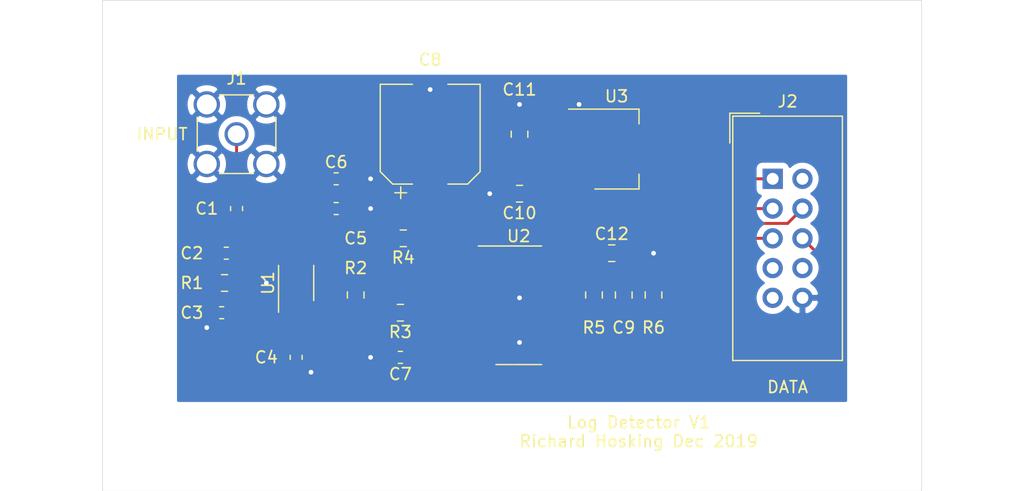
<source format=kicad_pcb>
(kicad_pcb (version 20171130) (host pcbnew 5.1.5-52549c5~84~ubuntu18.04.1)

  (general
    (thickness 1.6)
    (drawings 7)
    (tracks 133)
    (zones 0)
    (modules 27)
    (nets 24)
  )

  (page A4)
  (layers
    (0 F.Cu signal)
    (31 B.Cu signal hide)
    (32 B.Adhes user hide)
    (33 F.Adhes user hide)
    (34 B.Paste user hide)
    (35 F.Paste user hide)
    (36 B.SilkS user hide)
    (37 F.SilkS user)
    (38 B.Mask user)
    (39 F.Mask user)
    (40 Dwgs.User user hide)
    (41 Cmts.User user hide)
    (42 Eco1.User user hide)
    (43 Eco2.User user hide)
    (44 Edge.Cuts user)
    (45 Margin user)
    (46 B.CrtYd user hide)
    (47 F.CrtYd user hide)
    (48 B.Fab user hide)
    (49 F.Fab user)
  )

  (setup
    (last_trace_width 0.25)
    (trace_clearance 0.2)
    (zone_clearance 0.508)
    (zone_45_only no)
    (trace_min 0.2)
    (via_size 0.8)
    (via_drill 0.4)
    (via_min_size 0.4)
    (via_min_drill 0.3)
    (uvia_size 0.3)
    (uvia_drill 0.1)
    (uvias_allowed no)
    (uvia_min_size 0.2)
    (uvia_min_drill 0.1)
    (edge_width 0.05)
    (segment_width 0.2)
    (pcb_text_width 0.3)
    (pcb_text_size 1.5 1.5)
    (mod_edge_width 0.12)
    (mod_text_size 1 1)
    (mod_text_width 0.15)
    (pad_size 1.524 1.524)
    (pad_drill 0.762)
    (pad_to_mask_clearance 0.051)
    (solder_mask_min_width 0.25)
    (aux_axis_origin 0 0)
    (visible_elements FFFDFF3F)
    (pcbplotparams
      (layerselection 0x010f0_ffffffff)
      (usegerberextensions false)
      (usegerberattributes false)
      (usegerberadvancedattributes false)
      (creategerberjobfile false)
      (excludeedgelayer true)
      (linewidth 0.100000)
      (plotframeref false)
      (viasonmask false)
      (mode 1)
      (useauxorigin false)
      (hpglpennumber 1)
      (hpglpenspeed 20)
      (hpglpendiameter 15.000000)
      (psnegative false)
      (psa4output false)
      (plotreference true)
      (plotvalue false)
      (plotinvisibletext false)
      (padsonsilk false)
      (subtractmaskfromsilk false)
      (outputformat 1)
      (mirror false)
      (drillshape 0)
      (scaleselection 1)
      (outputdirectory ""))
  )

  (net 0 "")
  (net 1 "Net-(C1-Pad2)")
  (net 2 "Net-(C1-Pad1)")
  (net 3 "Net-(C2-Pad1)")
  (net 4 GND)
  (net 5 "Net-(C3-Pad1)")
  (net 6 "Net-(C4-Pad1)")
  (net 7 "Net-(C5-Pad1)")
  (net 8 "Net-(C7-Pad1)")
  (net 9 "Net-(C10-Pad1)")
  (net 10 "Net-(C9-Pad1)")
  (net 11 "Net-(C11-Pad1)")
  (net 12 "Net-(J2-Pad2)")
  (net 13 "Net-(J2-Pad3)")
  (net 14 "Net-(J2-Pad4)")
  (net 15 "Net-(J2-Pad5)")
  (net 16 "Net-(J2-Pad6)")
  (net 17 "Net-(J2-Pad7)")
  (net 18 "Net-(J2-Pad8)")
  (net 19 "Net-(J2-Pad9)")
  (net 20 "Net-(R2-Pad1)")
  (net 21 "Net-(R2-Pad2)")
  (net 22 "Net-(U2-Pad5)")
  (net 23 "Net-(U2-Pad6)")

  (net_class Default "This is the default net class."
    (clearance 0.2)
    (trace_width 0.25)
    (via_dia 0.8)
    (via_drill 0.4)
    (uvia_dia 0.3)
    (uvia_drill 0.1)
    (add_net GND)
    (add_net "Net-(C1-Pad1)")
    (add_net "Net-(C1-Pad2)")
    (add_net "Net-(C10-Pad1)")
    (add_net "Net-(C11-Pad1)")
    (add_net "Net-(C2-Pad1)")
    (add_net "Net-(C3-Pad1)")
    (add_net "Net-(C4-Pad1)")
    (add_net "Net-(C5-Pad1)")
    (add_net "Net-(C7-Pad1)")
    (add_net "Net-(C9-Pad1)")
    (add_net "Net-(J2-Pad2)")
    (add_net "Net-(J2-Pad3)")
    (add_net "Net-(J2-Pad4)")
    (add_net "Net-(J2-Pad5)")
    (add_net "Net-(J2-Pad6)")
    (add_net "Net-(J2-Pad7)")
    (add_net "Net-(J2-Pad8)")
    (add_net "Net-(J2-Pad9)")
    (add_net "Net-(R2-Pad1)")
    (add_net "Net-(R2-Pad2)")
    (add_net "Net-(U2-Pad5)")
    (add_net "Net-(U2-Pad6)")
  )

  (module Package_SO:SSOP-8_2.95x2.8mm_P0.65mm (layer F.Cu) (tedit 5A02F25C) (tstamp 5E07F9FC)
    (at 162.56 102.87 90)
    (descr "SSOP-8 2.9 x2.8mm Pitch 0.65mm")
    (tags "SSOP-8 2.95x2.8mm Pitch 0.65mm")
    (path /5E05B5BC/5E06AE8F)
    (attr smd)
    (fp_text reference U1 (at 0 -2.4 90) (layer F.SilkS)
      (effects (font (size 1 1) (thickness 0.15)))
    )
    (fp_text value AD8310 (at 0 2.6 90) (layer F.Fab)
      (effects (font (size 1 1) (thickness 0.15)))
    )
    (fp_text user %R (at 0 0 90) (layer F.Fab)
      (effects (font (size 0.6 0.6) (thickness 0.15)))
    )
    (fp_line (start 1.475 -1.4) (end 1.475 1.4) (layer F.Fab) (width 0.1))
    (fp_line (start 1.475 1.4) (end -1.475 1.4) (layer F.Fab) (width 0.1))
    (fp_line (start -1.475 1.4) (end -1.475 -0.7) (layer F.Fab) (width 0.1))
    (fp_line (start -0.475 -1.4) (end 1.475 -1.4) (layer F.Fab) (width 0.1))
    (fp_line (start -0.475 -1.4) (end -1.475 -0.7) (layer F.Fab) (width 0.1))
    (fp_line (start 1.5 -1.5) (end -2.5 -1.5) (layer F.SilkS) (width 0.12))
    (fp_line (start 1.5 1.5) (end -1.5 1.5) (layer F.SilkS) (width 0.12))
    (fp_line (start 2.75 -1.65) (end 2.75 1.65) (layer F.CrtYd) (width 0.05))
    (fp_line (start 2.75 1.65) (end -2.75 1.65) (layer F.CrtYd) (width 0.05))
    (fp_line (start -2.75 1.65) (end -2.75 -1.65) (layer F.CrtYd) (width 0.05))
    (fp_line (start -2.75 -1.65) (end 2.75 -1.65) (layer F.CrtYd) (width 0.05))
    (pad 8 smd rect (at 1.7 -0.975) (size 0.3 1.6) (layers F.Cu F.Paste F.Mask)
      (net 3 "Net-(C2-Pad1)"))
    (pad 7 smd rect (at 1.7 -0.325) (size 0.3 1.6) (layers F.Cu F.Paste F.Mask)
      (net 7 "Net-(C5-Pad1)"))
    (pad 6 smd rect (at 1.7 0.325) (size 0.3 1.6) (layers F.Cu F.Paste F.Mask)
      (net 21 "Net-(R2-Pad2)"))
    (pad 5 smd rect (at 1.7 0.975) (size 0.3 1.6) (layers F.Cu F.Paste F.Mask)
      (net 7 "Net-(C5-Pad1)"))
    (pad 4 smd rect (at -1.7 0.975) (size 0.3 1.6) (layers F.Cu F.Paste F.Mask)
      (net 20 "Net-(R2-Pad1)"))
    (pad 3 smd rect (at -1.7 0.325) (size 0.3 1.6) (layers F.Cu F.Paste F.Mask)
      (net 6 "Net-(C4-Pad1)"))
    (pad 2 smd rect (at -1.7 -0.325) (size 0.3 1.6) (layers F.Cu F.Paste F.Mask)
      (net 4 GND))
    (pad 1 smd rect (at -1.7 -0.975) (size 0.3 1.6) (layers F.Cu F.Paste F.Mask)
      (net 5 "Net-(C3-Pad1)"))
    (model ${KISYS3DMOD}/Package_SO.3dshapes/SSOP-8_2.95x2.8mm_P0.65mm.wrl
      (at (xyz 0 0 0))
      (scale (xyz 1 1 1))
      (rotate (xyz 0 0 0))
    )
  )

  (module MountingHole:MountingHole_3.2mm_M3_DIN965 (layer F.Cu) (tedit 56D1B4CB) (tstamp 5E07749D)
    (at 149.86 115.57)
    (descr "Mounting Hole 3.2mm, no annular, M3, DIN965")
    (tags "mounting hole 3.2mm no annular m3 din965")
    (attr virtual)
    (fp_text reference REF** (at 0 -3.8) (layer F.SilkS) hide
      (effects (font (size 1 1) (thickness 0.15)))
    )
    (fp_text value MountingHole_3.2mm_M3_DIN965 (at 0 3.8) (layer F.Fab)
      (effects (font (size 1 1) (thickness 0.15)))
    )
    (fp_circle (center 0 0) (end 3.05 0) (layer F.CrtYd) (width 0.05))
    (fp_circle (center 0 0) (end 2.8 0) (layer Cmts.User) (width 0.15))
    (fp_text user %R (at 0.3 0) (layer F.Fab) hide
      (effects (font (size 1 1) (thickness 0.15)))
    )
    (pad 1 np_thru_hole circle (at 0 0) (size 3.2 3.2) (drill 3.2) (layers *.Cu *.Mask))
  )

  (module MountingHole:MountingHole_3.2mm_M3_DIN965 (layer F.Cu) (tedit 56D1B4CB) (tstamp 5E07744F)
    (at 212.09 115.57)
    (descr "Mounting Hole 3.2mm, no annular, M3, DIN965")
    (tags "mounting hole 3.2mm no annular m3 din965")
    (attr virtual)
    (fp_text reference REF** (at 0 -3.8) (layer F.SilkS) hide
      (effects (font (size 1 1) (thickness 0.15)))
    )
    (fp_text value MountingHole_3.2mm_M3_DIN965 (at 0 3.8) (layer F.Fab)
      (effects (font (size 1 1) (thickness 0.15)))
    )
    (fp_circle (center 0 0) (end 3.05 0) (layer F.CrtYd) (width 0.05))
    (fp_circle (center 0 0) (end 2.8 0) (layer Cmts.User) (width 0.15))
    (fp_text user %R (at 0.3 0) (layer F.Fab)
      (effects (font (size 1 1) (thickness 0.15)))
    )
    (pad 1 np_thru_hole circle (at 0 0) (size 3.2 3.2) (drill 3.2) (layers *.Cu *.Mask))
  )

  (module MountingHole:MountingHole_3.2mm_M3_DIN965 (layer F.Cu) (tedit 56D1B4CB) (tstamp 5E077401)
    (at 212.09 82.55)
    (descr "Mounting Hole 3.2mm, no annular, M3, DIN965")
    (tags "mounting hole 3.2mm no annular m3 din965")
    (attr virtual)
    (fp_text reference REF** (at 0 -3.8) (layer F.SilkS) hide
      (effects (font (size 1 1) (thickness 0.15)))
    )
    (fp_text value MountingHole_3.2mm_M3_DIN965 (at 0 3.8) (layer F.Fab)
      (effects (font (size 1 1) (thickness 0.15)))
    )
    (fp_circle (center 0 0) (end 3.05 0) (layer F.CrtYd) (width 0.05))
    (fp_circle (center 0 0) (end 2.8 0) (layer Cmts.User) (width 0.15))
    (fp_text user %R (at 0.3 0) (layer F.Fab)
      (effects (font (size 1 1) (thickness 0.15)))
    )
    (pad 1 np_thru_hole circle (at 0 0) (size 3.2 3.2) (drill 3.2) (layers *.Cu *.Mask))
  )

  (module MountingHole:MountingHole_3.2mm_M3_DIN965 (layer F.Cu) (tedit 56D1B4CB) (tstamp 5E0773B3)
    (at 149.86 82.55)
    (descr "Mounting Hole 3.2mm, no annular, M3, DIN965")
    (tags "mounting hole 3.2mm no annular m3 din965")
    (attr virtual)
    (fp_text reference REF** (at 0 -3.8) (layer F.SilkS) hide
      (effects (font (size 1 1) (thickness 0.15)))
    )
    (fp_text value MountingHole_3.2mm_M3_DIN965 (at 0 3.8) (layer F.Fab)
      (effects (font (size 1 1) (thickness 0.15)))
    )
    (fp_circle (center 0 0) (end 3.05 0) (layer F.CrtYd) (width 0.05))
    (fp_circle (center 0 0) (end 2.8 0) (layer Cmts.User) (width 0.15))
    (fp_text user %R (at 0.3 0) (layer F.Fab)
      (effects (font (size 1 1) (thickness 0.15)))
    )
    (pad 1 np_thru_hole circle (at 0 0) (size 3.2 3.2) (drill 3.2) (layers *.Cu *.Mask))
  )

  (module Capacitor_SMD:C_0805_2012Metric_Pad1.15x1.40mm_HandSolder (layer F.Cu) (tedit 5B36C52B) (tstamp 5E074EEB)
    (at 189.475 100.33)
    (descr "Capacitor SMD 0805 (2012 Metric), square (rectangular) end terminal, IPC_7351 nominal with elongated pad for handsoldering. (Body size source: https://docs.google.com/spreadsheets/d/1BsfQQcO9C6DZCsRaXUlFlo91Tg2WpOkGARC1WS5S8t0/edit?usp=sharing), generated with kicad-footprint-generator")
    (tags "capacitor handsolder")
    (path /5E05B5BC/5E1D0C0C)
    (attr smd)
    (fp_text reference C12 (at 0 -1.65) (layer F.SilkS)
      (effects (font (size 1 1) (thickness 0.15)))
    )
    (fp_text value 10n (at 0 1.65) (layer F.Fab)
      (effects (font (size 1 1) (thickness 0.15)))
    )
    (fp_text user %R (at 0 0) (layer F.Fab)
      (effects (font (size 0.5 0.5) (thickness 0.08)))
    )
    (fp_line (start 1.85 0.95) (end -1.85 0.95) (layer F.CrtYd) (width 0.05))
    (fp_line (start 1.85 -0.95) (end 1.85 0.95) (layer F.CrtYd) (width 0.05))
    (fp_line (start -1.85 -0.95) (end 1.85 -0.95) (layer F.CrtYd) (width 0.05))
    (fp_line (start -1.85 0.95) (end -1.85 -0.95) (layer F.CrtYd) (width 0.05))
    (fp_line (start -0.261252 0.71) (end 0.261252 0.71) (layer F.SilkS) (width 0.12))
    (fp_line (start -0.261252 -0.71) (end 0.261252 -0.71) (layer F.SilkS) (width 0.12))
    (fp_line (start 1 0.6) (end -1 0.6) (layer F.Fab) (width 0.1))
    (fp_line (start 1 -0.6) (end 1 0.6) (layer F.Fab) (width 0.1))
    (fp_line (start -1 -0.6) (end 1 -0.6) (layer F.Fab) (width 0.1))
    (fp_line (start -1 0.6) (end -1 -0.6) (layer F.Fab) (width 0.1))
    (pad 2 smd roundrect (at 1.025 0) (size 1.15 1.4) (layers F.Cu F.Paste F.Mask) (roundrect_rratio 0.217391)
      (net 4 GND))
    (pad 1 smd roundrect (at -1.025 0) (size 1.15 1.4) (layers F.Cu F.Paste F.Mask) (roundrect_rratio 0.217391)
      (net 9 "Net-(C10-Pad1)"))
    (model ${KISYS3DMOD}/Capacitor_SMD.3dshapes/C_0805_2012Metric.wrl
      (at (xyz 0 0 0))
      (scale (xyz 1 1 1))
      (rotate (xyz 0 0 0))
    )
  )

  (module Capacitor_SMD:C_0603_1608Metric_Pad1.05x0.95mm_HandSolder (layer F.Cu) (tedit 5B301BBE) (tstamp 5E0730B1)
    (at 157.48 96.52 90)
    (descr "Capacitor SMD 0603 (1608 Metric), square (rectangular) end terminal, IPC_7351 nominal with elongated pad for handsoldering. (Body size source: http://www.tortai-tech.com/upload/download/2011102023233369053.pdf), generated with kicad-footprint-generator")
    (tags "capacitor handsolder")
    (path /5E05B5BC/5E079F93)
    (attr smd)
    (fp_text reference C1 (at 0 -2.54) (layer F.SilkS)
      (effects (font (size 1 1) (thickness 0.15)))
    )
    (fp_text value 100n (at 0 1.43 90) (layer F.Fab)
      (effects (font (size 1 1) (thickness 0.15)))
    )
    (fp_text user %R (at 0 0 90) (layer F.Fab)
      (effects (font (size 0.4 0.4) (thickness 0.06)))
    )
    (fp_line (start 1.65 0.73) (end -1.65 0.73) (layer F.CrtYd) (width 0.05))
    (fp_line (start 1.65 -0.73) (end 1.65 0.73) (layer F.CrtYd) (width 0.05))
    (fp_line (start -1.65 -0.73) (end 1.65 -0.73) (layer F.CrtYd) (width 0.05))
    (fp_line (start -1.65 0.73) (end -1.65 -0.73) (layer F.CrtYd) (width 0.05))
    (fp_line (start -0.171267 0.51) (end 0.171267 0.51) (layer F.SilkS) (width 0.12))
    (fp_line (start -0.171267 -0.51) (end 0.171267 -0.51) (layer F.SilkS) (width 0.12))
    (fp_line (start 0.8 0.4) (end -0.8 0.4) (layer F.Fab) (width 0.1))
    (fp_line (start 0.8 -0.4) (end 0.8 0.4) (layer F.Fab) (width 0.1))
    (fp_line (start -0.8 -0.4) (end 0.8 -0.4) (layer F.Fab) (width 0.1))
    (fp_line (start -0.8 0.4) (end -0.8 -0.4) (layer F.Fab) (width 0.1))
    (pad 2 smd roundrect (at 0.875 0 90) (size 1.05 0.95) (layers F.Cu F.Paste F.Mask) (roundrect_rratio 0.25)
      (net 1 "Net-(C1-Pad2)"))
    (pad 1 smd roundrect (at -0.875 0 90) (size 1.05 0.95) (layers F.Cu F.Paste F.Mask) (roundrect_rratio 0.25)
      (net 2 "Net-(C1-Pad1)"))
    (model ${KISYS3DMOD}/Capacitor_SMD.3dshapes/C_0603_1608Metric.wrl
      (at (xyz 0 0 0))
      (scale (xyz 1 1 1))
      (rotate (xyz 0 0 0))
    )
  )

  (module Capacitor_SMD:C_0603_1608Metric_Pad1.05x0.95mm_HandSolder (layer F.Cu) (tedit 5B301BBE) (tstamp 5E0730C2)
    (at 156.605 100.33 180)
    (descr "Capacitor SMD 0603 (1608 Metric), square (rectangular) end terminal, IPC_7351 nominal with elongated pad for handsoldering. (Body size source: http://www.tortai-tech.com/upload/download/2011102023233369053.pdf), generated with kicad-footprint-generator")
    (tags "capacitor handsolder")
    (path /5E05B5BC/5E07B882)
    (attr smd)
    (fp_text reference C2 (at 2.935 0) (layer F.SilkS)
      (effects (font (size 1 1) (thickness 0.15)))
    )
    (fp_text value 10n (at -0.395 2.54) (layer F.Fab)
      (effects (font (size 1 1) (thickness 0.15)))
    )
    (fp_line (start -0.8 0.4) (end -0.8 -0.4) (layer F.Fab) (width 0.1))
    (fp_line (start -0.8 -0.4) (end 0.8 -0.4) (layer F.Fab) (width 0.1))
    (fp_line (start 0.8 -0.4) (end 0.8 0.4) (layer F.Fab) (width 0.1))
    (fp_line (start 0.8 0.4) (end -0.8 0.4) (layer F.Fab) (width 0.1))
    (fp_line (start -0.171267 -0.51) (end 0.171267 -0.51) (layer F.SilkS) (width 0.12))
    (fp_line (start -0.171267 0.51) (end 0.171267 0.51) (layer F.SilkS) (width 0.12))
    (fp_line (start -1.65 0.73) (end -1.65 -0.73) (layer F.CrtYd) (width 0.05))
    (fp_line (start -1.65 -0.73) (end 1.65 -0.73) (layer F.CrtYd) (width 0.05))
    (fp_line (start 1.65 -0.73) (end 1.65 0.73) (layer F.CrtYd) (width 0.05))
    (fp_line (start 1.65 0.73) (end -1.65 0.73) (layer F.CrtYd) (width 0.05))
    (fp_text user %R (at 0 0) (layer F.Fab)
      (effects (font (size 0.4 0.4) (thickness 0.06)))
    )
    (pad 1 smd roundrect (at -0.875 0 180) (size 1.05 0.95) (layers F.Cu F.Paste F.Mask) (roundrect_rratio 0.25)
      (net 3 "Net-(C2-Pad1)"))
    (pad 2 smd roundrect (at 0.875 0 180) (size 1.05 0.95) (layers F.Cu F.Paste F.Mask) (roundrect_rratio 0.25)
      (net 2 "Net-(C1-Pad1)"))
    (model ${KISYS3DMOD}/Capacitor_SMD.3dshapes/C_0603_1608Metric.wrl
      (at (xyz 0 0 0))
      (scale (xyz 1 1 1))
      (rotate (xyz 0 0 0))
    )
  )

  (module Capacitor_SMD:C_0603_1608Metric_Pad1.05x0.95mm_HandSolder (layer F.Cu) (tedit 5B301BBE) (tstamp 5E0730D3)
    (at 156.21 105.41 180)
    (descr "Capacitor SMD 0603 (1608 Metric), square (rectangular) end terminal, IPC_7351 nominal with elongated pad for handsoldering. (Body size source: http://www.tortai-tech.com/upload/download/2011102023233369053.pdf), generated with kicad-footprint-generator")
    (tags "capacitor handsolder")
    (path /5E05B5BC/5E07C530)
    (attr smd)
    (fp_text reference C3 (at 2.54 0) (layer F.SilkS)
      (effects (font (size 1 1) (thickness 0.15)))
    )
    (fp_text value 10n (at 0 1.43) (layer F.Fab)
      (effects (font (size 1 1) (thickness 0.15)))
    )
    (fp_text user %R (at 0 0) (layer F.Fab)
      (effects (font (size 0.4 0.4) (thickness 0.06)))
    )
    (fp_line (start 1.65 0.73) (end -1.65 0.73) (layer F.CrtYd) (width 0.05))
    (fp_line (start 1.65 -0.73) (end 1.65 0.73) (layer F.CrtYd) (width 0.05))
    (fp_line (start -1.65 -0.73) (end 1.65 -0.73) (layer F.CrtYd) (width 0.05))
    (fp_line (start -1.65 0.73) (end -1.65 -0.73) (layer F.CrtYd) (width 0.05))
    (fp_line (start -0.171267 0.51) (end 0.171267 0.51) (layer F.SilkS) (width 0.12))
    (fp_line (start -0.171267 -0.51) (end 0.171267 -0.51) (layer F.SilkS) (width 0.12))
    (fp_line (start 0.8 0.4) (end -0.8 0.4) (layer F.Fab) (width 0.1))
    (fp_line (start 0.8 -0.4) (end 0.8 0.4) (layer F.Fab) (width 0.1))
    (fp_line (start -0.8 -0.4) (end 0.8 -0.4) (layer F.Fab) (width 0.1))
    (fp_line (start -0.8 0.4) (end -0.8 -0.4) (layer F.Fab) (width 0.1))
    (pad 2 smd roundrect (at 0.875 0 180) (size 1.05 0.95) (layers F.Cu F.Paste F.Mask) (roundrect_rratio 0.25)
      (net 4 GND))
    (pad 1 smd roundrect (at -0.875 0 180) (size 1.05 0.95) (layers F.Cu F.Paste F.Mask) (roundrect_rratio 0.25)
      (net 5 "Net-(C3-Pad1)"))
    (model ${KISYS3DMOD}/Capacitor_SMD.3dshapes/C_0603_1608Metric.wrl
      (at (xyz 0 0 0))
      (scale (xyz 1 1 1))
      (rotate (xyz 0 0 0))
    )
  )

  (module Capacitor_SMD:C_0603_1608Metric_Pad1.05x0.95mm_HandSolder (layer F.Cu) (tedit 5B301BBE) (tstamp 5E0730E4)
    (at 162.56 109.22 270)
    (descr "Capacitor SMD 0603 (1608 Metric), square (rectangular) end terminal, IPC_7351 nominal with elongated pad for handsoldering. (Body size source: http://www.tortai-tech.com/upload/download/2011102023233369053.pdf), generated with kicad-footprint-generator")
    (tags "capacitor handsolder")
    (path /5E05B5BC/5E0807DE)
    (attr smd)
    (fp_text reference C4 (at 0 2.54) (layer F.SilkS)
      (effects (font (size 1 1) (thickness 0.15)))
    )
    (fp_text value 1u (at 0 1.43 90) (layer F.Fab)
      (effects (font (size 1 1) (thickness 0.15)))
    )
    (fp_line (start -0.8 0.4) (end -0.8 -0.4) (layer F.Fab) (width 0.1))
    (fp_line (start -0.8 -0.4) (end 0.8 -0.4) (layer F.Fab) (width 0.1))
    (fp_line (start 0.8 -0.4) (end 0.8 0.4) (layer F.Fab) (width 0.1))
    (fp_line (start 0.8 0.4) (end -0.8 0.4) (layer F.Fab) (width 0.1))
    (fp_line (start -0.171267 -0.51) (end 0.171267 -0.51) (layer F.SilkS) (width 0.12))
    (fp_line (start -0.171267 0.51) (end 0.171267 0.51) (layer F.SilkS) (width 0.12))
    (fp_line (start -1.65 0.73) (end -1.65 -0.73) (layer F.CrtYd) (width 0.05))
    (fp_line (start -1.65 -0.73) (end 1.65 -0.73) (layer F.CrtYd) (width 0.05))
    (fp_line (start 1.65 -0.73) (end 1.65 0.73) (layer F.CrtYd) (width 0.05))
    (fp_line (start 1.65 0.73) (end -1.65 0.73) (layer F.CrtYd) (width 0.05))
    (fp_text user %R (at 0 0 90) (layer F.Fab)
      (effects (font (size 0.4 0.4) (thickness 0.06)))
    )
    (pad 1 smd roundrect (at -0.875 0 270) (size 1.05 0.95) (layers F.Cu F.Paste F.Mask) (roundrect_rratio 0.25)
      (net 6 "Net-(C4-Pad1)"))
    (pad 2 smd roundrect (at 0.875 0 270) (size 1.05 0.95) (layers F.Cu F.Paste F.Mask) (roundrect_rratio 0.25)
      (net 4 GND))
    (model ${KISYS3DMOD}/Capacitor_SMD.3dshapes/C_0603_1608Metric.wrl
      (at (xyz 0 0 0))
      (scale (xyz 1 1 1))
      (rotate (xyz 0 0 0))
    )
  )

  (module Capacitor_SMD:C_0603_1608Metric_Pad1.05x0.95mm_HandSolder (layer F.Cu) (tedit 5B301BBE) (tstamp 5E0730F5)
    (at 165.975 96.52)
    (descr "Capacitor SMD 0603 (1608 Metric), square (rectangular) end terminal, IPC_7351 nominal with elongated pad for handsoldering. (Body size source: http://www.tortai-tech.com/upload/download/2011102023233369053.pdf), generated with kicad-footprint-generator")
    (tags "capacitor handsolder")
    (path /5E05B5BC/5E0A38B1)
    (attr smd)
    (fp_text reference C5 (at 1.665 2.54) (layer F.SilkS)
      (effects (font (size 1 1) (thickness 0.15)))
    )
    (fp_text value 10n (at 0 1.43) (layer F.Fab)
      (effects (font (size 1 1) (thickness 0.15)))
    )
    (fp_text user %R (at 0 0) (layer F.Fab)
      (effects (font (size 0.4 0.4) (thickness 0.06)))
    )
    (fp_line (start 1.65 0.73) (end -1.65 0.73) (layer F.CrtYd) (width 0.05))
    (fp_line (start 1.65 -0.73) (end 1.65 0.73) (layer F.CrtYd) (width 0.05))
    (fp_line (start -1.65 -0.73) (end 1.65 -0.73) (layer F.CrtYd) (width 0.05))
    (fp_line (start -1.65 0.73) (end -1.65 -0.73) (layer F.CrtYd) (width 0.05))
    (fp_line (start -0.171267 0.51) (end 0.171267 0.51) (layer F.SilkS) (width 0.12))
    (fp_line (start -0.171267 -0.51) (end 0.171267 -0.51) (layer F.SilkS) (width 0.12))
    (fp_line (start 0.8 0.4) (end -0.8 0.4) (layer F.Fab) (width 0.1))
    (fp_line (start 0.8 -0.4) (end 0.8 0.4) (layer F.Fab) (width 0.1))
    (fp_line (start -0.8 -0.4) (end 0.8 -0.4) (layer F.Fab) (width 0.1))
    (fp_line (start -0.8 0.4) (end -0.8 -0.4) (layer F.Fab) (width 0.1))
    (pad 2 smd roundrect (at 0.875 0) (size 1.05 0.95) (layers F.Cu F.Paste F.Mask) (roundrect_rratio 0.25)
      (net 4 GND))
    (pad 1 smd roundrect (at -0.875 0) (size 1.05 0.95) (layers F.Cu F.Paste F.Mask) (roundrect_rratio 0.25)
      (net 7 "Net-(C5-Pad1)"))
    (model ${KISYS3DMOD}/Capacitor_SMD.3dshapes/C_0603_1608Metric.wrl
      (at (xyz 0 0 0))
      (scale (xyz 1 1 1))
      (rotate (xyz 0 0 0))
    )
  )

  (module Capacitor_SMD:C_0603_1608Metric_Pad1.05x0.95mm_HandSolder (layer F.Cu) (tedit 5B301BBE) (tstamp 5E073106)
    (at 165.975 93.98)
    (descr "Capacitor SMD 0603 (1608 Metric), square (rectangular) end terminal, IPC_7351 nominal with elongated pad for handsoldering. (Body size source: http://www.tortai-tech.com/upload/download/2011102023233369053.pdf), generated with kicad-footprint-generator")
    (tags "capacitor handsolder")
    (path /5E05B5BC/5E159D19)
    (attr smd)
    (fp_text reference C6 (at 0 -1.43) (layer F.SilkS)
      (effects (font (size 1 1) (thickness 0.15)))
    )
    (fp_text value 100n (at 0 1.43) (layer F.Fab)
      (effects (font (size 1 1) (thickness 0.15)))
    )
    (fp_line (start -0.8 0.4) (end -0.8 -0.4) (layer F.Fab) (width 0.1))
    (fp_line (start -0.8 -0.4) (end 0.8 -0.4) (layer F.Fab) (width 0.1))
    (fp_line (start 0.8 -0.4) (end 0.8 0.4) (layer F.Fab) (width 0.1))
    (fp_line (start 0.8 0.4) (end -0.8 0.4) (layer F.Fab) (width 0.1))
    (fp_line (start -0.171267 -0.51) (end 0.171267 -0.51) (layer F.SilkS) (width 0.12))
    (fp_line (start -0.171267 0.51) (end 0.171267 0.51) (layer F.SilkS) (width 0.12))
    (fp_line (start -1.65 0.73) (end -1.65 -0.73) (layer F.CrtYd) (width 0.05))
    (fp_line (start -1.65 -0.73) (end 1.65 -0.73) (layer F.CrtYd) (width 0.05))
    (fp_line (start 1.65 -0.73) (end 1.65 0.73) (layer F.CrtYd) (width 0.05))
    (fp_line (start 1.65 0.73) (end -1.65 0.73) (layer F.CrtYd) (width 0.05))
    (fp_text user %R (at 0 0) (layer F.Fab)
      (effects (font (size 0.4 0.4) (thickness 0.06)))
    )
    (pad 1 smd roundrect (at -0.875 0) (size 1.05 0.95) (layers F.Cu F.Paste F.Mask) (roundrect_rratio 0.25)
      (net 7 "Net-(C5-Pad1)"))
    (pad 2 smd roundrect (at 0.875 0) (size 1.05 0.95) (layers F.Cu F.Paste F.Mask) (roundrect_rratio 0.25)
      (net 4 GND))
    (model ${KISYS3DMOD}/Capacitor_SMD.3dshapes/C_0603_1608Metric.wrl
      (at (xyz 0 0 0))
      (scale (xyz 1 1 1))
      (rotate (xyz 0 0 0))
    )
  )

  (module Capacitor_SMD:C_0603_1608Metric_Pad1.05x0.95mm_HandSolder (layer F.Cu) (tedit 5B301BBE) (tstamp 5E073117)
    (at 171.45 109.22 180)
    (descr "Capacitor SMD 0603 (1608 Metric), square (rectangular) end terminal, IPC_7351 nominal with elongated pad for handsoldering. (Body size source: http://www.tortai-tech.com/upload/download/2011102023233369053.pdf), generated with kicad-footprint-generator")
    (tags "capacitor handsolder")
    (path /5E05B5BC/5E0BF81E)
    (attr smd)
    (fp_text reference C7 (at 0 -1.43) (layer F.SilkS)
      (effects (font (size 1 1) (thickness 0.15)))
    )
    (fp_text value 100p (at 0 1.43) (layer F.Fab)
      (effects (font (size 1 1) (thickness 0.15)))
    )
    (fp_line (start -0.8 0.4) (end -0.8 -0.4) (layer F.Fab) (width 0.1))
    (fp_line (start -0.8 -0.4) (end 0.8 -0.4) (layer F.Fab) (width 0.1))
    (fp_line (start 0.8 -0.4) (end 0.8 0.4) (layer F.Fab) (width 0.1))
    (fp_line (start 0.8 0.4) (end -0.8 0.4) (layer F.Fab) (width 0.1))
    (fp_line (start -0.171267 -0.51) (end 0.171267 -0.51) (layer F.SilkS) (width 0.12))
    (fp_line (start -0.171267 0.51) (end 0.171267 0.51) (layer F.SilkS) (width 0.12))
    (fp_line (start -1.65 0.73) (end -1.65 -0.73) (layer F.CrtYd) (width 0.05))
    (fp_line (start -1.65 -0.73) (end 1.65 -0.73) (layer F.CrtYd) (width 0.05))
    (fp_line (start 1.65 -0.73) (end 1.65 0.73) (layer F.CrtYd) (width 0.05))
    (fp_line (start 1.65 0.73) (end -1.65 0.73) (layer F.CrtYd) (width 0.05))
    (fp_text user %R (at 0 0) (layer F.Fab)
      (effects (font (size 0.4 0.4) (thickness 0.06)))
    )
    (pad 1 smd roundrect (at -0.875 0 180) (size 1.05 0.95) (layers F.Cu F.Paste F.Mask) (roundrect_rratio 0.25)
      (net 8 "Net-(C7-Pad1)"))
    (pad 2 smd roundrect (at 0.875 0 180) (size 1.05 0.95) (layers F.Cu F.Paste F.Mask) (roundrect_rratio 0.25)
      (net 4 GND))
    (model ${KISYS3DMOD}/Capacitor_SMD.3dshapes/C_0603_1608Metric.wrl
      (at (xyz 0 0 0))
      (scale (xyz 1 1 1))
      (rotate (xyz 0 0 0))
    )
  )

  (module Capacitor_SMD:CP_Elec_8x10 (layer F.Cu) (tedit 5BCA39D0) (tstamp 5E07313F)
    (at 173.99 90.17 90)
    (descr "SMD capacitor, aluminum electrolytic, Nichicon, 8.0x10mm")
    (tags "capacitor electrolytic")
    (path /5E05B5BC/5E0A4CCA)
    (attr smd)
    (fp_text reference C8 (at 6.35 0) (layer F.SilkS)
      (effects (font (size 1 1) (thickness 0.15)))
    )
    (fp_text value 10u (at 0 5.2 90) (layer F.Fab)
      (effects (font (size 1 1) (thickness 0.15)))
    )
    (fp_circle (center 0 0) (end 4 0) (layer F.Fab) (width 0.1))
    (fp_line (start 4.15 -4.15) (end 4.15 4.15) (layer F.Fab) (width 0.1))
    (fp_line (start -3.15 -4.15) (end 4.15 -4.15) (layer F.Fab) (width 0.1))
    (fp_line (start -3.15 4.15) (end 4.15 4.15) (layer F.Fab) (width 0.1))
    (fp_line (start -4.15 -3.15) (end -4.15 3.15) (layer F.Fab) (width 0.1))
    (fp_line (start -4.15 -3.15) (end -3.15 -4.15) (layer F.Fab) (width 0.1))
    (fp_line (start -4.15 3.15) (end -3.15 4.15) (layer F.Fab) (width 0.1))
    (fp_line (start -3.562278 -1.5) (end -2.762278 -1.5) (layer F.Fab) (width 0.1))
    (fp_line (start -3.162278 -1.9) (end -3.162278 -1.1) (layer F.Fab) (width 0.1))
    (fp_line (start 4.26 4.26) (end 4.26 1.51) (layer F.SilkS) (width 0.12))
    (fp_line (start 4.26 -4.26) (end 4.26 -1.51) (layer F.SilkS) (width 0.12))
    (fp_line (start -3.195563 -4.26) (end 4.26 -4.26) (layer F.SilkS) (width 0.12))
    (fp_line (start -3.195563 4.26) (end 4.26 4.26) (layer F.SilkS) (width 0.12))
    (fp_line (start -4.26 3.195563) (end -4.26 1.51) (layer F.SilkS) (width 0.12))
    (fp_line (start -4.26 -3.195563) (end -4.26 -1.51) (layer F.SilkS) (width 0.12))
    (fp_line (start -4.26 -3.195563) (end -3.195563 -4.26) (layer F.SilkS) (width 0.12))
    (fp_line (start -4.26 3.195563) (end -3.195563 4.26) (layer F.SilkS) (width 0.12))
    (fp_line (start -5.5 -2.51) (end -4.5 -2.51) (layer F.SilkS) (width 0.12))
    (fp_line (start -5 -3.01) (end -5 -2.01) (layer F.SilkS) (width 0.12))
    (fp_line (start 4.4 -4.4) (end 4.4 -1.5) (layer F.CrtYd) (width 0.05))
    (fp_line (start 4.4 -1.5) (end 5.25 -1.5) (layer F.CrtYd) (width 0.05))
    (fp_line (start 5.25 -1.5) (end 5.25 1.5) (layer F.CrtYd) (width 0.05))
    (fp_line (start 5.25 1.5) (end 4.4 1.5) (layer F.CrtYd) (width 0.05))
    (fp_line (start 4.4 1.5) (end 4.4 4.4) (layer F.CrtYd) (width 0.05))
    (fp_line (start -3.25 4.4) (end 4.4 4.4) (layer F.CrtYd) (width 0.05))
    (fp_line (start -3.25 -4.4) (end 4.4 -4.4) (layer F.CrtYd) (width 0.05))
    (fp_line (start -4.4 3.25) (end -3.25 4.4) (layer F.CrtYd) (width 0.05))
    (fp_line (start -4.4 -3.25) (end -3.25 -4.4) (layer F.CrtYd) (width 0.05))
    (fp_line (start -4.4 -3.25) (end -4.4 -1.5) (layer F.CrtYd) (width 0.05))
    (fp_line (start -4.4 1.5) (end -4.4 3.25) (layer F.CrtYd) (width 0.05))
    (fp_line (start -4.4 -1.5) (end -5.25 -1.5) (layer F.CrtYd) (width 0.05))
    (fp_line (start -5.25 -1.5) (end -5.25 1.5) (layer F.CrtYd) (width 0.05))
    (fp_line (start -5.25 1.5) (end -4.4 1.5) (layer F.CrtYd) (width 0.05))
    (fp_text user %R (at 0 0 90) (layer F.Fab)
      (effects (font (size 1 1) (thickness 0.15)))
    )
    (pad 1 smd roundrect (at -3.25 0 90) (size 3.5 2.5) (layers F.Cu F.Paste F.Mask) (roundrect_rratio 0.1)
      (net 9 "Net-(C10-Pad1)"))
    (pad 2 smd roundrect (at 3.25 0 90) (size 3.5 2.5) (layers F.Cu F.Paste F.Mask) (roundrect_rratio 0.1)
      (net 4 GND))
    (model ${KISYS3DMOD}/Capacitor_SMD.3dshapes/CP_Elec_8x10.wrl
      (at (xyz 0 0 0))
      (scale (xyz 1 1 1))
      (rotate (xyz 0 0 0))
    )
  )

  (module Capacitor_SMD:C_0805_2012Metric_Pad1.15x1.40mm_HandSolder (layer F.Cu) (tedit 5B36C52B) (tstamp 5E073150)
    (at 190.5 103.895 90)
    (descr "Capacitor SMD 0805 (2012 Metric), square (rectangular) end terminal, IPC_7351 nominal with elongated pad for handsoldering. (Body size source: https://docs.google.com/spreadsheets/d/1BsfQQcO9C6DZCsRaXUlFlo91Tg2WpOkGARC1WS5S8t0/edit?usp=sharing), generated with kicad-footprint-generator")
    (tags "capacitor handsolder")
    (path /5E05B5BC/5E0FFBFB)
    (attr smd)
    (fp_text reference C9 (at -2.785 0) (layer F.SilkS)
      (effects (font (size 1 1) (thickness 0.15)))
    )
    (fp_text value 100n (at 0 1.65 90) (layer F.Fab)
      (effects (font (size 1 1) (thickness 0.15)))
    )
    (fp_text user %R (at 0 0 90) (layer F.Fab)
      (effects (font (size 0.5 0.5) (thickness 0.08)))
    )
    (fp_line (start 1.85 0.95) (end -1.85 0.95) (layer F.CrtYd) (width 0.05))
    (fp_line (start 1.85 -0.95) (end 1.85 0.95) (layer F.CrtYd) (width 0.05))
    (fp_line (start -1.85 -0.95) (end 1.85 -0.95) (layer F.CrtYd) (width 0.05))
    (fp_line (start -1.85 0.95) (end -1.85 -0.95) (layer F.CrtYd) (width 0.05))
    (fp_line (start -0.261252 0.71) (end 0.261252 0.71) (layer F.SilkS) (width 0.12))
    (fp_line (start -0.261252 -0.71) (end 0.261252 -0.71) (layer F.SilkS) (width 0.12))
    (fp_line (start 1 0.6) (end -1 0.6) (layer F.Fab) (width 0.1))
    (fp_line (start 1 -0.6) (end 1 0.6) (layer F.Fab) (width 0.1))
    (fp_line (start -1 -0.6) (end 1 -0.6) (layer F.Fab) (width 0.1))
    (fp_line (start -1 0.6) (end -1 -0.6) (layer F.Fab) (width 0.1))
    (pad 2 smd roundrect (at 1.025 0 90) (size 1.15 1.4) (layers F.Cu F.Paste F.Mask) (roundrect_rratio 0.217391)
      (net 4 GND))
    (pad 1 smd roundrect (at -1.025 0 90) (size 1.15 1.4) (layers F.Cu F.Paste F.Mask) (roundrect_rratio 0.217391)
      (net 10 "Net-(C9-Pad1)"))
    (model ${KISYS3DMOD}/Capacitor_SMD.3dshapes/C_0805_2012Metric.wrl
      (at (xyz 0 0 0))
      (scale (xyz 1 1 1))
      (rotate (xyz 0 0 0))
    )
  )

  (module Capacitor_SMD:C_0805_2012Metric_Pad1.15x1.40mm_HandSolder (layer F.Cu) (tedit 5B36C52B) (tstamp 5E073161)
    (at 181.61 95.25 180)
    (descr "Capacitor SMD 0805 (2012 Metric), square (rectangular) end terminal, IPC_7351 nominal with elongated pad for handsoldering. (Body size source: https://docs.google.com/spreadsheets/d/1BsfQQcO9C6DZCsRaXUlFlo91Tg2WpOkGARC1WS5S8t0/edit?usp=sharing), generated with kicad-footprint-generator")
    (tags "capacitor handsolder")
    (path /5E05B5BC/5E07F30E)
    (attr smd)
    (fp_text reference C10 (at 0 -1.65) (layer F.SilkS)
      (effects (font (size 1 1) (thickness 0.15)))
    )
    (fp_text value 100n (at 0 1.65) (layer B.Fab)
      (effects (font (size 1 1) (thickness 0.15)) (justify mirror))
    )
    (fp_line (start -1 0.6) (end -1 -0.6) (layer F.Fab) (width 0.1))
    (fp_line (start -1 -0.6) (end 1 -0.6) (layer F.Fab) (width 0.1))
    (fp_line (start 1 -0.6) (end 1 0.6) (layer F.Fab) (width 0.1))
    (fp_line (start 1 0.6) (end -1 0.6) (layer F.Fab) (width 0.1))
    (fp_line (start -0.261252 -0.71) (end 0.261252 -0.71) (layer F.SilkS) (width 0.12))
    (fp_line (start -0.261252 0.71) (end 0.261252 0.71) (layer F.SilkS) (width 0.12))
    (fp_line (start -1.85 0.95) (end -1.85 -0.95) (layer F.CrtYd) (width 0.05))
    (fp_line (start -1.85 -0.95) (end 1.85 -0.95) (layer F.CrtYd) (width 0.05))
    (fp_line (start 1.85 -0.95) (end 1.85 0.95) (layer F.CrtYd) (width 0.05))
    (fp_line (start 1.85 0.95) (end -1.85 0.95) (layer F.CrtYd) (width 0.05))
    (fp_text user %R (at 0 0) (layer F.Fab)
      (effects (font (size 0.5 0.5) (thickness 0.08)))
    )
    (pad 1 smd roundrect (at -1.025 0 180) (size 1.15 1.4) (layers F.Cu F.Paste F.Mask) (roundrect_rratio 0.217391)
      (net 9 "Net-(C10-Pad1)"))
    (pad 2 smd roundrect (at 1.025 0 180) (size 1.15 1.4) (layers F.Cu F.Paste F.Mask) (roundrect_rratio 0.217391)
      (net 4 GND))
    (model ${KISYS3DMOD}/Capacitor_SMD.3dshapes/C_0805_2012Metric.wrl
      (at (xyz 0 0 0))
      (scale (xyz 1 1 1))
      (rotate (xyz 0 0 0))
    )
  )

  (module Capacitor_SMD:C_0805_2012Metric_Pad1.15x1.40mm_HandSolder (layer F.Cu) (tedit 5B36C52B) (tstamp 5E073172)
    (at 181.61 90.17 90)
    (descr "Capacitor SMD 0805 (2012 Metric), square (rectangular) end terminal, IPC_7351 nominal with elongated pad for handsoldering. (Body size source: https://docs.google.com/spreadsheets/d/1BsfQQcO9C6DZCsRaXUlFlo91Tg2WpOkGARC1WS5S8t0/edit?usp=sharing), generated with kicad-footprint-generator")
    (tags "capacitor handsolder")
    (path /5E05B5BC/5E07DCF6)
    (attr smd)
    (fp_text reference C11 (at 3.81 0) (layer F.SilkS)
      (effects (font (size 1 1) (thickness 0.15)))
    )
    (fp_text value 100n (at 0 1.65 90) (layer F.Fab)
      (effects (font (size 1 1) (thickness 0.15)))
    )
    (fp_line (start -1 0.6) (end -1 -0.6) (layer F.Fab) (width 0.1))
    (fp_line (start -1 -0.6) (end 1 -0.6) (layer F.Fab) (width 0.1))
    (fp_line (start 1 -0.6) (end 1 0.6) (layer F.Fab) (width 0.1))
    (fp_line (start 1 0.6) (end -1 0.6) (layer F.Fab) (width 0.1))
    (fp_line (start -0.261252 -0.71) (end 0.261252 -0.71) (layer F.SilkS) (width 0.12))
    (fp_line (start -0.261252 0.71) (end 0.261252 0.71) (layer F.SilkS) (width 0.12))
    (fp_line (start -1.85 0.95) (end -1.85 -0.95) (layer F.CrtYd) (width 0.05))
    (fp_line (start -1.85 -0.95) (end 1.85 -0.95) (layer F.CrtYd) (width 0.05))
    (fp_line (start 1.85 -0.95) (end 1.85 0.95) (layer F.CrtYd) (width 0.05))
    (fp_line (start 1.85 0.95) (end -1.85 0.95) (layer F.CrtYd) (width 0.05))
    (fp_text user %R (at 0 0 90) (layer F.Fab)
      (effects (font (size 0.5 0.5) (thickness 0.08)))
    )
    (pad 1 smd roundrect (at -1.025 0 90) (size 1.15 1.4) (layers F.Cu F.Paste F.Mask) (roundrect_rratio 0.217391)
      (net 11 "Net-(C11-Pad1)"))
    (pad 2 smd roundrect (at 1.025 0 90) (size 1.15 1.4) (layers F.Cu F.Paste F.Mask) (roundrect_rratio 0.217391)
      (net 4 GND))
    (model ${KISYS3DMOD}/Capacitor_SMD.3dshapes/C_0805_2012Metric.wrl
      (at (xyz 0 0 0))
      (scale (xyz 1 1 1))
      (rotate (xyz 0 0 0))
    )
  )

  (module Connector_Coaxial:SMA_Amphenol_901-144_Vertical (layer F.Cu) (tedit 5B2F4C32) (tstamp 5E073189)
    (at 157.48 90.17)
    (descr https://www.amphenolrf.com/downloads/dl/file/id/7023/product/3103/901_144_customer_drawing.pdf)
    (tags "SMA THT Female Jack Vertical")
    (path /5E05B5BC/5E06EBE1)
    (fp_text reference J1 (at 0 -4.75) (layer F.SilkS)
      (effects (font (size 1 1) (thickness 0.15)))
    )
    (fp_text value Input (at 0 5) (layer F.Fab)
      (effects (font (size 1 1) (thickness 0.15)))
    )
    (fp_circle (center 0 0) (end 3.175 0) (layer F.Fab) (width 0.1))
    (fp_line (start 4.17 4.17) (end -4.17 4.17) (layer F.CrtYd) (width 0.05))
    (fp_line (start 4.17 4.17) (end 4.17 -4.17) (layer F.CrtYd) (width 0.05))
    (fp_line (start -4.17 -4.17) (end -4.17 4.17) (layer F.CrtYd) (width 0.05))
    (fp_line (start -4.17 -4.17) (end 4.17 -4.17) (layer F.CrtYd) (width 0.05))
    (fp_line (start -3.175 -3.175) (end 3.175 -3.175) (layer F.Fab) (width 0.1))
    (fp_line (start -3.175 -3.175) (end -3.175 3.175) (layer F.Fab) (width 0.1))
    (fp_line (start -3.175 3.175) (end 3.175 3.175) (layer F.Fab) (width 0.1))
    (fp_line (start 3.175 -3.175) (end 3.175 3.175) (layer F.Fab) (width 0.1))
    (fp_line (start -3.355 -1.45) (end -3.355 1.45) (layer F.SilkS) (width 0.12))
    (fp_line (start 3.355 -1.45) (end 3.355 1.45) (layer F.SilkS) (width 0.12))
    (fp_line (start -1.45 3.355) (end 1.45 3.355) (layer F.SilkS) (width 0.12))
    (fp_line (start -1.45 -3.355) (end 1.45 -3.355) (layer F.SilkS) (width 0.12))
    (fp_text user %R (at 0 0) (layer F.Fab)
      (effects (font (size 1 1) (thickness 0.15)))
    )
    (pad 1 thru_hole circle (at 0 0) (size 2.05 2.05) (drill 1.5) (layers *.Cu *.Mask)
      (net 1 "Net-(C1-Pad2)"))
    (pad 2 thru_hole circle (at 2.54 2.54) (size 2.25 2.25) (drill 1.7) (layers *.Cu *.Mask)
      (net 4 GND))
    (pad 2 thru_hole circle (at 2.54 -2.54) (size 2.25 2.25) (drill 1.7) (layers *.Cu *.Mask)
      (net 4 GND))
    (pad 2 thru_hole circle (at -2.54 -2.54) (size 2.25 2.25) (drill 1.7) (layers *.Cu *.Mask)
      (net 4 GND))
    (pad 2 thru_hole circle (at -2.54 2.54) (size 2.25 2.25) (drill 1.7) (layers *.Cu *.Mask)
      (net 4 GND))
    (model ${KISYS3DMOD}/Connector_Coaxial.3dshapes/SMA_Amphenol_901-144_Vertical.wrl
      (at (xyz 0 0 0))
      (scale (xyz 1 1 1))
      (rotate (xyz 0 0 0))
    )
  )

  (module Connector_IDC:IDC-Header_2x05_P2.54mm_Vertical (layer F.Cu) (tedit 59DE0611) (tstamp 5E0731B1)
    (at 203.2 93.98)
    (descr "Through hole straight IDC box header, 2x05, 2.54mm pitch, double rows")
    (tags "Through hole IDC box header THT 2x05 2.54mm double row")
    (path /5E05B5BC/5E06CCC6)
    (fp_text reference J2 (at 1.27 -6.604) (layer F.SilkS)
      (effects (font (size 1 1) (thickness 0.15)))
    )
    (fp_text value DATA (at 1.27 16.764) (layer F.Fab)
      (effects (font (size 1 1) (thickness 0.15)))
    )
    (fp_text user %R (at 1.27 5.08) (layer F.Fab)
      (effects (font (size 1 1) (thickness 0.15)))
    )
    (fp_line (start 5.695 -5.1) (end 5.695 15.26) (layer F.Fab) (width 0.1))
    (fp_line (start 5.145 -4.56) (end 5.145 14.7) (layer F.Fab) (width 0.1))
    (fp_line (start -3.155 -5.1) (end -3.155 15.26) (layer F.Fab) (width 0.1))
    (fp_line (start -2.605 -4.56) (end -2.605 2.83) (layer F.Fab) (width 0.1))
    (fp_line (start -2.605 7.33) (end -2.605 14.7) (layer F.Fab) (width 0.1))
    (fp_line (start -2.605 2.83) (end -3.155 2.83) (layer F.Fab) (width 0.1))
    (fp_line (start -2.605 7.33) (end -3.155 7.33) (layer F.Fab) (width 0.1))
    (fp_line (start 5.695 -5.1) (end -3.155 -5.1) (layer F.Fab) (width 0.1))
    (fp_line (start 5.145 -4.56) (end -2.605 -4.56) (layer F.Fab) (width 0.1))
    (fp_line (start 5.695 15.26) (end -3.155 15.26) (layer F.Fab) (width 0.1))
    (fp_line (start 5.145 14.7) (end -2.605 14.7) (layer F.Fab) (width 0.1))
    (fp_line (start 5.695 -5.1) (end 5.145 -4.56) (layer F.Fab) (width 0.1))
    (fp_line (start 5.695 15.26) (end 5.145 14.7) (layer F.Fab) (width 0.1))
    (fp_line (start -3.155 -5.1) (end -2.605 -4.56) (layer F.Fab) (width 0.1))
    (fp_line (start -3.155 15.26) (end -2.605 14.7) (layer F.Fab) (width 0.1))
    (fp_line (start 5.95 -5.35) (end 5.95 15.51) (layer F.CrtYd) (width 0.05))
    (fp_line (start 5.95 15.51) (end -3.41 15.51) (layer F.CrtYd) (width 0.05))
    (fp_line (start -3.41 15.51) (end -3.41 -5.35) (layer F.CrtYd) (width 0.05))
    (fp_line (start -3.41 -5.35) (end 5.95 -5.35) (layer F.CrtYd) (width 0.05))
    (fp_line (start 5.945 -5.35) (end 5.945 15.51) (layer F.SilkS) (width 0.12))
    (fp_line (start 5.945 15.51) (end -3.405 15.51) (layer F.SilkS) (width 0.12))
    (fp_line (start -3.405 15.51) (end -3.405 -5.35) (layer F.SilkS) (width 0.12))
    (fp_line (start -3.405 -5.35) (end 5.945 -5.35) (layer F.SilkS) (width 0.12))
    (fp_line (start -3.655 -5.6) (end -3.655 -3.06) (layer F.SilkS) (width 0.12))
    (fp_line (start -3.655 -5.6) (end -1.115 -5.6) (layer F.SilkS) (width 0.12))
    (pad 1 thru_hole rect (at 0 0) (size 1.7272 1.7272) (drill 1.016) (layers *.Cu *.Mask)
      (net 11 "Net-(C11-Pad1)"))
    (pad 2 thru_hole oval (at 2.54 0) (size 1.7272 1.7272) (drill 1.016) (layers *.Cu *.Mask)
      (net 12 "Net-(J2-Pad2)"))
    (pad 3 thru_hole oval (at 0 2.54) (size 1.7272 1.7272) (drill 1.016) (layers *.Cu *.Mask)
      (net 13 "Net-(J2-Pad3)"))
    (pad 4 thru_hole oval (at 2.54 2.54) (size 1.7272 1.7272) (drill 1.016) (layers *.Cu *.Mask)
      (net 14 "Net-(J2-Pad4)"))
    (pad 5 thru_hole oval (at 0 5.08) (size 1.7272 1.7272) (drill 1.016) (layers *.Cu *.Mask)
      (net 15 "Net-(J2-Pad5)"))
    (pad 6 thru_hole oval (at 2.54 5.08) (size 1.7272 1.7272) (drill 1.016) (layers *.Cu *.Mask)
      (net 16 "Net-(J2-Pad6)"))
    (pad 7 thru_hole oval (at 0 7.62) (size 1.7272 1.7272) (drill 1.016) (layers *.Cu *.Mask)
      (net 17 "Net-(J2-Pad7)"))
    (pad 8 thru_hole oval (at 2.54 7.62) (size 1.7272 1.7272) (drill 1.016) (layers *.Cu *.Mask)
      (net 18 "Net-(J2-Pad8)"))
    (pad 9 thru_hole oval (at 0 10.16) (size 1.7272 1.7272) (drill 1.016) (layers *.Cu *.Mask)
      (net 19 "Net-(J2-Pad9)"))
    (pad 10 thru_hole oval (at 2.54 10.16) (size 1.7272 1.7272) (drill 1.016) (layers *.Cu *.Mask)
      (net 4 GND))
    (model ${KISYS3DMOD}/Connector_IDC.3dshapes/IDC-Header_2x05_P2.54mm_Vertical.wrl
      (at (xyz 0 0 0))
      (scale (xyz 1 1 1))
      (rotate (xyz 0 0 0))
    )
  )

  (module Resistor_SMD:R_0805_2012Metric_Pad1.15x1.40mm_HandSolder (layer F.Cu) (tedit 5B36C52B) (tstamp 5E0731C2)
    (at 156.455 102.87)
    (descr "Resistor SMD 0805 (2012 Metric), square (rectangular) end terminal, IPC_7351 nominal with elongated pad for handsoldering. (Body size source: https://docs.google.com/spreadsheets/d/1BsfQQcO9C6DZCsRaXUlFlo91Tg2WpOkGARC1WS5S8t0/edit?usp=sharing), generated with kicad-footprint-generator")
    (tags "resistor handsolder")
    (path /5E05B5BC/5E07945C)
    (attr smd)
    (fp_text reference R1 (at -2.785 0) (layer F.SilkS)
      (effects (font (size 1 1) (thickness 0.15)))
    )
    (fp_text value 52R3 (at 0 1.65) (layer F.Fab)
      (effects (font (size 1 1) (thickness 0.15)))
    )
    (fp_text user %R (at 0 0) (layer F.Fab)
      (effects (font (size 0.5 0.5) (thickness 0.08)))
    )
    (fp_line (start 1.85 0.95) (end -1.85 0.95) (layer F.CrtYd) (width 0.05))
    (fp_line (start 1.85 -0.95) (end 1.85 0.95) (layer F.CrtYd) (width 0.05))
    (fp_line (start -1.85 -0.95) (end 1.85 -0.95) (layer F.CrtYd) (width 0.05))
    (fp_line (start -1.85 0.95) (end -1.85 -0.95) (layer F.CrtYd) (width 0.05))
    (fp_line (start -0.261252 0.71) (end 0.261252 0.71) (layer F.SilkS) (width 0.12))
    (fp_line (start -0.261252 -0.71) (end 0.261252 -0.71) (layer F.SilkS) (width 0.12))
    (fp_line (start 1 0.6) (end -1 0.6) (layer F.Fab) (width 0.1))
    (fp_line (start 1 -0.6) (end 1 0.6) (layer F.Fab) (width 0.1))
    (fp_line (start -1 -0.6) (end 1 -0.6) (layer F.Fab) (width 0.1))
    (fp_line (start -1 0.6) (end -1 -0.6) (layer F.Fab) (width 0.1))
    (pad 2 smd roundrect (at 1.025 0) (size 1.15 1.4) (layers F.Cu F.Paste F.Mask) (roundrect_rratio 0.217391)
      (net 4 GND))
    (pad 1 smd roundrect (at -1.025 0) (size 1.15 1.4) (layers F.Cu F.Paste F.Mask) (roundrect_rratio 0.217391)
      (net 2 "Net-(C1-Pad1)"))
    (model ${KISYS3DMOD}/Resistor_SMD.3dshapes/R_0805_2012Metric.wrl
      (at (xyz 0 0 0))
      (scale (xyz 1 1 1))
      (rotate (xyz 0 0 0))
    )
  )

  (module Resistor_SMD:R_0805_2012Metric_Pad1.15x1.40mm_HandSolder (layer F.Cu) (tedit 5B36C52B) (tstamp 5E0731D3)
    (at 167.64 103.895 90)
    (descr "Resistor SMD 0805 (2012 Metric), square (rectangular) end terminal, IPC_7351 nominal with elongated pad for handsoldering. (Body size source: https://docs.google.com/spreadsheets/d/1BsfQQcO9C6DZCsRaXUlFlo91Tg2WpOkGARC1WS5S8t0/edit?usp=sharing), generated with kicad-footprint-generator")
    (tags "resistor handsolder")
    (path /5E05B5BC/5E0785DD)
    (attr smd)
    (fp_text reference R2 (at 2.295 0) (layer F.SilkS)
      (effects (font (size 1 1) (thickness 0.15)))
    )
    (fp_text value 12K2 (at 0 1.65 90) (layer F.Fab)
      (effects (font (size 1 1) (thickness 0.15)))
    )
    (fp_line (start -1 0.6) (end -1 -0.6) (layer F.Fab) (width 0.1))
    (fp_line (start -1 -0.6) (end 1 -0.6) (layer F.Fab) (width 0.1))
    (fp_line (start 1 -0.6) (end 1 0.6) (layer F.Fab) (width 0.1))
    (fp_line (start 1 0.6) (end -1 0.6) (layer F.Fab) (width 0.1))
    (fp_line (start -0.261252 -0.71) (end 0.261252 -0.71) (layer F.SilkS) (width 0.12))
    (fp_line (start -0.261252 0.71) (end 0.261252 0.71) (layer F.SilkS) (width 0.12))
    (fp_line (start -1.85 0.95) (end -1.85 -0.95) (layer F.CrtYd) (width 0.05))
    (fp_line (start -1.85 -0.95) (end 1.85 -0.95) (layer F.CrtYd) (width 0.05))
    (fp_line (start 1.85 -0.95) (end 1.85 0.95) (layer F.CrtYd) (width 0.05))
    (fp_line (start 1.85 0.95) (end -1.85 0.95) (layer F.CrtYd) (width 0.05))
    (fp_text user %R (at 0 0 90) (layer F.Fab)
      (effects (font (size 0.5 0.5) (thickness 0.08)))
    )
    (pad 1 smd roundrect (at -1.025 0 90) (size 1.15 1.4) (layers F.Cu F.Paste F.Mask) (roundrect_rratio 0.217391)
      (net 20 "Net-(R2-Pad1)"))
    (pad 2 smd roundrect (at 1.025 0 90) (size 1.15 1.4) (layers F.Cu F.Paste F.Mask) (roundrect_rratio 0.217391)
      (net 21 "Net-(R2-Pad2)"))
    (model ${KISYS3DMOD}/Resistor_SMD.3dshapes/R_0805_2012Metric.wrl
      (at (xyz 0 0 0))
      (scale (xyz 1 1 1))
      (rotate (xyz 0 0 0))
    )
  )

  (module Resistor_SMD:R_0805_2012Metric_Pad1.15x1.40mm_HandSolder (layer F.Cu) (tedit 5B36C52B) (tstamp 5E0731E4)
    (at 171.45 105.41 180)
    (descr "Resistor SMD 0805 (2012 Metric), square (rectangular) end terminal, IPC_7351 nominal with elongated pad for handsoldering. (Body size source: https://docs.google.com/spreadsheets/d/1BsfQQcO9C6DZCsRaXUlFlo91Tg2WpOkGARC1WS5S8t0/edit?usp=sharing), generated with kicad-footprint-generator")
    (tags "resistor handsolder")
    (path /5E05B5BC/5E0BE805)
    (attr smd)
    (fp_text reference R3 (at 0 -1.65) (layer F.SilkS)
      (effects (font (size 1 1) (thickness 0.15)))
    )
    (fp_text value 100R (at 0 1.65) (layer F.Fab)
      (effects (font (size 1 1) (thickness 0.15)))
    )
    (fp_line (start -1 0.6) (end -1 -0.6) (layer F.Fab) (width 0.1))
    (fp_line (start -1 -0.6) (end 1 -0.6) (layer F.Fab) (width 0.1))
    (fp_line (start 1 -0.6) (end 1 0.6) (layer F.Fab) (width 0.1))
    (fp_line (start 1 0.6) (end -1 0.6) (layer F.Fab) (width 0.1))
    (fp_line (start -0.261252 -0.71) (end 0.261252 -0.71) (layer F.SilkS) (width 0.12))
    (fp_line (start -0.261252 0.71) (end 0.261252 0.71) (layer F.SilkS) (width 0.12))
    (fp_line (start -1.85 0.95) (end -1.85 -0.95) (layer F.CrtYd) (width 0.05))
    (fp_line (start -1.85 -0.95) (end 1.85 -0.95) (layer F.CrtYd) (width 0.05))
    (fp_line (start 1.85 -0.95) (end 1.85 0.95) (layer F.CrtYd) (width 0.05))
    (fp_line (start 1.85 0.95) (end -1.85 0.95) (layer F.CrtYd) (width 0.05))
    (fp_text user %R (at 0 0) (layer F.Fab)
      (effects (font (size 0.5 0.5) (thickness 0.08)))
    )
    (pad 1 smd roundrect (at -1.025 0 180) (size 1.15 1.4) (layers F.Cu F.Paste F.Mask) (roundrect_rratio 0.217391)
      (net 8 "Net-(C7-Pad1)"))
    (pad 2 smd roundrect (at 1.025 0 180) (size 1.15 1.4) (layers F.Cu F.Paste F.Mask) (roundrect_rratio 0.217391)
      (net 20 "Net-(R2-Pad1)"))
    (model ${KISYS3DMOD}/Resistor_SMD.3dshapes/R_0805_2012Metric.wrl
      (at (xyz 0 0 0))
      (scale (xyz 1 1 1))
      (rotate (xyz 0 0 0))
    )
  )

  (module Resistor_SMD:R_0805_2012Metric_Pad1.15x1.40mm_HandSolder (layer F.Cu) (tedit 5B36C52B) (tstamp 5E0731F5)
    (at 171.695 99.06 180)
    (descr "Resistor SMD 0805 (2012 Metric), square (rectangular) end terminal, IPC_7351 nominal with elongated pad for handsoldering. (Body size source: https://docs.google.com/spreadsheets/d/1BsfQQcO9C6DZCsRaXUlFlo91Tg2WpOkGARC1WS5S8t0/edit?usp=sharing), generated with kicad-footprint-generator")
    (tags "resistor handsolder")
    (path /5E05B5BC/5E0A2937)
    (attr smd)
    (fp_text reference R4 (at 0 -1.65) (layer F.SilkS)
      (effects (font (size 1 1) (thickness 0.15)))
    )
    (fp_text value 4R7 (at 0 1.65) (layer F.Fab)
      (effects (font (size 1 1) (thickness 0.15)))
    )
    (fp_text user %R (at 0 0) (layer F.Fab)
      (effects (font (size 0.5 0.5) (thickness 0.08)))
    )
    (fp_line (start 1.85 0.95) (end -1.85 0.95) (layer F.CrtYd) (width 0.05))
    (fp_line (start 1.85 -0.95) (end 1.85 0.95) (layer F.CrtYd) (width 0.05))
    (fp_line (start -1.85 -0.95) (end 1.85 -0.95) (layer F.CrtYd) (width 0.05))
    (fp_line (start -1.85 0.95) (end -1.85 -0.95) (layer F.CrtYd) (width 0.05))
    (fp_line (start -0.261252 0.71) (end 0.261252 0.71) (layer F.SilkS) (width 0.12))
    (fp_line (start -0.261252 -0.71) (end 0.261252 -0.71) (layer F.SilkS) (width 0.12))
    (fp_line (start 1 0.6) (end -1 0.6) (layer F.Fab) (width 0.1))
    (fp_line (start 1 -0.6) (end 1 0.6) (layer F.Fab) (width 0.1))
    (fp_line (start -1 -0.6) (end 1 -0.6) (layer F.Fab) (width 0.1))
    (fp_line (start -1 0.6) (end -1 -0.6) (layer F.Fab) (width 0.1))
    (pad 2 smd roundrect (at 1.025 0 180) (size 1.15 1.4) (layers F.Cu F.Paste F.Mask) (roundrect_rratio 0.217391)
      (net 7 "Net-(C5-Pad1)"))
    (pad 1 smd roundrect (at -1.025 0 180) (size 1.15 1.4) (layers F.Cu F.Paste F.Mask) (roundrect_rratio 0.217391)
      (net 9 "Net-(C10-Pad1)"))
    (model ${KISYS3DMOD}/Resistor_SMD.3dshapes/R_0805_2012Metric.wrl
      (at (xyz 0 0 0))
      (scale (xyz 1 1 1))
      (rotate (xyz 0 0 0))
    )
  )

  (module Resistor_SMD:R_0805_2012Metric_Pad1.15x1.40mm_HandSolder (layer F.Cu) (tedit 5B36C52B) (tstamp 5E073206)
    (at 187.96 103.895 90)
    (descr "Resistor SMD 0805 (2012 Metric), square (rectangular) end terminal, IPC_7351 nominal with elongated pad for handsoldering. (Body size source: https://docs.google.com/spreadsheets/d/1BsfQQcO9C6DZCsRaXUlFlo91Tg2WpOkGARC1WS5S8t0/edit?usp=sharing), generated with kicad-footprint-generator")
    (tags "resistor handsolder")
    (path /5E05B5BC/5E0FF06B)
    (attr smd)
    (fp_text reference R5 (at -2.785 0) (layer F.SilkS)
      (effects (font (size 1 1) (thickness 0.15)))
    )
    (fp_text value 100R (at 0 1.65 90) (layer F.Fab)
      (effects (font (size 1 1) (thickness 0.15)))
    )
    (fp_text user %R (at 0 0 90) (layer F.Fab)
      (effects (font (size 0.5 0.5) (thickness 0.08)))
    )
    (fp_line (start 1.85 0.95) (end -1.85 0.95) (layer F.CrtYd) (width 0.05))
    (fp_line (start 1.85 -0.95) (end 1.85 0.95) (layer F.CrtYd) (width 0.05))
    (fp_line (start -1.85 -0.95) (end 1.85 -0.95) (layer F.CrtYd) (width 0.05))
    (fp_line (start -1.85 0.95) (end -1.85 -0.95) (layer F.CrtYd) (width 0.05))
    (fp_line (start -0.261252 0.71) (end 0.261252 0.71) (layer F.SilkS) (width 0.12))
    (fp_line (start -0.261252 -0.71) (end 0.261252 -0.71) (layer F.SilkS) (width 0.12))
    (fp_line (start 1 0.6) (end -1 0.6) (layer F.Fab) (width 0.1))
    (fp_line (start 1 -0.6) (end 1 0.6) (layer F.Fab) (width 0.1))
    (fp_line (start -1 -0.6) (end 1 -0.6) (layer F.Fab) (width 0.1))
    (fp_line (start -1 0.6) (end -1 -0.6) (layer F.Fab) (width 0.1))
    (pad 2 smd roundrect (at 1.025 0 90) (size 1.15 1.4) (layers F.Cu F.Paste F.Mask) (roundrect_rratio 0.217391)
      (net 9 "Net-(C10-Pad1)"))
    (pad 1 smd roundrect (at -1.025 0 90) (size 1.15 1.4) (layers F.Cu F.Paste F.Mask) (roundrect_rratio 0.217391)
      (net 10 "Net-(C9-Pad1)"))
    (model ${KISYS3DMOD}/Resistor_SMD.3dshapes/R_0805_2012Metric.wrl
      (at (xyz 0 0 0))
      (scale (xyz 1 1 1))
      (rotate (xyz 0 0 0))
    )
  )

  (module Resistor_SMD:R_0805_2012Metric_Pad1.15x1.40mm_HandSolder (layer F.Cu) (tedit 5B36C52B) (tstamp 5E073217)
    (at 193.04 103.895 90)
    (descr "Resistor SMD 0805 (2012 Metric), square (rectangular) end terminal, IPC_7351 nominal with elongated pad for handsoldering. (Body size source: https://docs.google.com/spreadsheets/d/1BsfQQcO9C6DZCsRaXUlFlo91Tg2WpOkGARC1WS5S8t0/edit?usp=sharing), generated with kicad-footprint-generator")
    (tags "resistor handsolder")
    (path /5E05B5BC/5E12F35A)
    (attr smd)
    (fp_text reference R6 (at -2.785 0) (layer F.SilkS)
      (effects (font (size 1 1) (thickness 0.15)))
    )
    (fp_text value 1K (at 0 1.65 90) (layer F.Fab)
      (effects (font (size 1 1) (thickness 0.15)))
    )
    (fp_line (start -1 0.6) (end -1 -0.6) (layer F.Fab) (width 0.1))
    (fp_line (start -1 -0.6) (end 1 -0.6) (layer F.Fab) (width 0.1))
    (fp_line (start 1 -0.6) (end 1 0.6) (layer F.Fab) (width 0.1))
    (fp_line (start 1 0.6) (end -1 0.6) (layer F.Fab) (width 0.1))
    (fp_line (start -0.261252 -0.71) (end 0.261252 -0.71) (layer F.SilkS) (width 0.12))
    (fp_line (start -0.261252 0.71) (end 0.261252 0.71) (layer F.SilkS) (width 0.12))
    (fp_line (start -1.85 0.95) (end -1.85 -0.95) (layer F.CrtYd) (width 0.05))
    (fp_line (start -1.85 -0.95) (end 1.85 -0.95) (layer F.CrtYd) (width 0.05))
    (fp_line (start 1.85 -0.95) (end 1.85 0.95) (layer F.CrtYd) (width 0.05))
    (fp_line (start 1.85 0.95) (end -1.85 0.95) (layer F.CrtYd) (width 0.05))
    (fp_text user %R (at 0 0 90) (layer F.Fab)
      (effects (font (size 0.5 0.5) (thickness 0.08)))
    )
    (pad 1 smd roundrect (at -1.025 0 90) (size 1.15 1.4) (layers F.Cu F.Paste F.Mask) (roundrect_rratio 0.217391)
      (net 10 "Net-(C9-Pad1)"))
    (pad 2 smd roundrect (at 1.025 0 90) (size 1.15 1.4) (layers F.Cu F.Paste F.Mask) (roundrect_rratio 0.217391)
      (net 4 GND))
    (model ${KISYS3DMOD}/Resistor_SMD.3dshapes/R_0805_2012Metric.wrl
      (at (xyz 0 0 0))
      (scale (xyz 1 1 1))
      (rotate (xyz 0 0 0))
    )
  )

  (module Package_SO:SOIC-16_3.9x9.9mm_P1.27mm (layer F.Cu) (tedit 5D9F72B1) (tstamp 5E073258)
    (at 181.545 104.775)
    (descr "SOIC, 16 Pin (JEDEC MS-012AC, https://www.analog.com/media/en/package-pcb-resources/package/pkg_pdf/soic_narrow-r/r_16.pdf), generated with kicad-footprint-generator ipc_gullwing_generator.py")
    (tags "SOIC SO")
    (path /5E05B5BC/5E06B791)
    (attr smd)
    (fp_text reference U2 (at 0 -5.9) (layer F.SilkS)
      (effects (font (size 1 1) (thickness 0.15)))
    )
    (fp_text value MCP3004 (at 0 6.985) (layer F.Fab)
      (effects (font (size 1 1) (thickness 0.15)))
    )
    (fp_line (start 0 5.06) (end 1.95 5.06) (layer F.SilkS) (width 0.12))
    (fp_line (start 0 5.06) (end -1.95 5.06) (layer F.SilkS) (width 0.12))
    (fp_line (start 0 -5.06) (end 1.95 -5.06) (layer F.SilkS) (width 0.12))
    (fp_line (start 0 -5.06) (end -3.45 -5.06) (layer F.SilkS) (width 0.12))
    (fp_line (start -0.975 -4.95) (end 1.95 -4.95) (layer F.Fab) (width 0.1))
    (fp_line (start 1.95 -4.95) (end 1.95 4.95) (layer F.Fab) (width 0.1))
    (fp_line (start 1.95 4.95) (end -1.95 4.95) (layer F.Fab) (width 0.1))
    (fp_line (start -1.95 4.95) (end -1.95 -3.975) (layer F.Fab) (width 0.1))
    (fp_line (start -1.95 -3.975) (end -0.975 -4.95) (layer F.Fab) (width 0.1))
    (fp_line (start -3.7 -5.2) (end -3.7 5.2) (layer F.CrtYd) (width 0.05))
    (fp_line (start -3.7 5.2) (end 3.7 5.2) (layer F.CrtYd) (width 0.05))
    (fp_line (start 3.7 5.2) (end 3.7 -5.2) (layer F.CrtYd) (width 0.05))
    (fp_line (start 3.7 -5.2) (end -3.7 -5.2) (layer F.CrtYd) (width 0.05))
    (fp_text user %R (at 0 0) (layer F.Fab)
      (effects (font (size 0.98 0.98) (thickness 0.15)))
    )
    (pad 1 smd roundrect (at -2.475 -4.445) (size 1.95 0.6) (layers F.Cu F.Paste F.Mask) (roundrect_rratio 0.25)
      (net 8 "Net-(C7-Pad1)"))
    (pad 2 smd roundrect (at -2.475 -3.175) (size 1.95 0.6) (layers F.Cu F.Paste F.Mask) (roundrect_rratio 0.25)
      (net 4 GND))
    (pad 3 smd roundrect (at -2.475 -1.905) (size 1.95 0.6) (layers F.Cu F.Paste F.Mask) (roundrect_rratio 0.25)
      (net 4 GND))
    (pad 4 smd roundrect (at -2.475 -0.635) (size 1.95 0.6) (layers F.Cu F.Paste F.Mask) (roundrect_rratio 0.25)
      (net 4 GND))
    (pad 5 smd roundrect (at -2.475 0.635) (size 1.95 0.6) (layers F.Cu F.Paste F.Mask) (roundrect_rratio 0.25)
      (net 22 "Net-(U2-Pad5)"))
    (pad 6 smd roundrect (at -2.475 1.905) (size 1.95 0.6) (layers F.Cu F.Paste F.Mask) (roundrect_rratio 0.25)
      (net 23 "Net-(U2-Pad6)"))
    (pad 7 smd roundrect (at -2.475 3.175) (size 1.95 0.6) (layers F.Cu F.Paste F.Mask) (roundrect_rratio 0.25)
      (net 4 GND))
    (pad 8 smd roundrect (at -2.475 4.445) (size 1.95 0.6) (layers F.Cu F.Paste F.Mask) (roundrect_rratio 0.25)
      (net 16 "Net-(J2-Pad6)"))
    (pad 9 smd roundrect (at 2.475 4.445) (size 1.95 0.6) (layers F.Cu F.Paste F.Mask) (roundrect_rratio 0.25)
      (net 15 "Net-(J2-Pad5)"))
    (pad 10 smd roundrect (at 2.475 3.175) (size 1.95 0.6) (layers F.Cu F.Paste F.Mask) (roundrect_rratio 0.25)
      (net 14 "Net-(J2-Pad4)"))
    (pad 11 smd roundrect (at 2.475 1.905) (size 1.95 0.6) (layers F.Cu F.Paste F.Mask) (roundrect_rratio 0.25)
      (net 13 "Net-(J2-Pad3)"))
    (pad 12 smd roundrect (at 2.475 0.635) (size 1.95 0.6) (layers F.Cu F.Paste F.Mask) (roundrect_rratio 0.25)
      (net 4 GND))
    (pad 13 smd roundrect (at 2.475 -0.635) (size 1.95 0.6) (layers F.Cu F.Paste F.Mask) (roundrect_rratio 0.25)
      (net 10 "Net-(C9-Pad1)"))
    (pad 14 smd roundrect (at 2.475 -1.905) (size 1.95 0.6) (layers F.Cu F.Paste F.Mask) (roundrect_rratio 0.25)
      (net 9 "Net-(C10-Pad1)"))
    (pad 15 smd roundrect (at 2.475 -3.175) (size 1.95 0.6) (layers F.Cu F.Paste F.Mask) (roundrect_rratio 0.25))
    (pad 16 smd roundrect (at 2.475 -4.445) (size 1.95 0.6) (layers F.Cu F.Paste F.Mask) (roundrect_rratio 0.25))
    (model ${KISYS3DMOD}/Package_SO.3dshapes/SOIC-16_3.9x9.9mm_P1.27mm.wrl
      (at (xyz 0 0 0))
      (scale (xyz 1 1 1))
      (rotate (xyz 0 0 0))
    )
  )

  (module Package_TO_SOT_SMD:SOT-223-3_TabPin2 (layer F.Cu) (tedit 5A02FF57) (tstamp 5E07326E)
    (at 189.89 91.44)
    (descr "module CMS SOT223 4 pins")
    (tags "CMS SOT")
    (path /5E05B5BC/5E0718C3)
    (attr smd)
    (fp_text reference U3 (at 0 -4.5) (layer F.SilkS)
      (effects (font (size 1 1) (thickness 0.15)))
    )
    (fp_text value NCP1117-3.3_SOT223 (at 0 4.5) (layer F.Fab)
      (effects (font (size 1 1) (thickness 0.15)))
    )
    (fp_text user %R (at 0 0 90) (layer F.Fab)
      (effects (font (size 0.8 0.8) (thickness 0.12)))
    )
    (fp_line (start 1.91 3.41) (end 1.91 2.15) (layer F.SilkS) (width 0.12))
    (fp_line (start 1.91 -3.41) (end 1.91 -2.15) (layer F.SilkS) (width 0.12))
    (fp_line (start 4.4 -3.6) (end -4.4 -3.6) (layer F.CrtYd) (width 0.05))
    (fp_line (start 4.4 3.6) (end 4.4 -3.6) (layer F.CrtYd) (width 0.05))
    (fp_line (start -4.4 3.6) (end 4.4 3.6) (layer F.CrtYd) (width 0.05))
    (fp_line (start -4.4 -3.6) (end -4.4 3.6) (layer F.CrtYd) (width 0.05))
    (fp_line (start -1.85 -2.35) (end -0.85 -3.35) (layer F.Fab) (width 0.1))
    (fp_line (start -1.85 -2.35) (end -1.85 3.35) (layer F.Fab) (width 0.1))
    (fp_line (start -1.85 3.41) (end 1.91 3.41) (layer F.SilkS) (width 0.12))
    (fp_line (start -0.85 -3.35) (end 1.85 -3.35) (layer F.Fab) (width 0.1))
    (fp_line (start -4.1 -3.41) (end 1.91 -3.41) (layer F.SilkS) (width 0.12))
    (fp_line (start -1.85 3.35) (end 1.85 3.35) (layer F.Fab) (width 0.1))
    (fp_line (start 1.85 -3.35) (end 1.85 3.35) (layer F.Fab) (width 0.1))
    (pad 2 smd rect (at 3.15 0) (size 2 3.8) (layers F.Cu F.Paste F.Mask)
      (net 11 "Net-(C11-Pad1)"))
    (pad 2 smd rect (at -3.15 0) (size 2 1.5) (layers F.Cu F.Paste F.Mask)
      (net 11 "Net-(C11-Pad1)"))
    (pad 3 smd rect (at -3.15 2.3) (size 2 1.5) (layers F.Cu F.Paste F.Mask)
      (net 9 "Net-(C10-Pad1)"))
    (pad 1 smd rect (at -3.15 -2.3) (size 2 1.5) (layers F.Cu F.Paste F.Mask)
      (net 4 GND))
    (model ${KISYS3DMOD}/Package_TO_SOT_SMD.3dshapes/SOT-223.wrl
      (at (xyz 0 0 0))
      (scale (xyz 1 1 1))
      (rotate (xyz 0 0 0))
    )
  )

  (gr_text "Log Detector V1\nRichard Hosking Dec 2019" (at 191.77 115.57) (layer F.SilkS)
    (effects (font (size 1 1) (thickness 0.15)))
  )
  (gr_text INPUT (at 151.13 90.17) (layer F.SilkS)
    (effects (font (size 1 1) (thickness 0.15)))
  )
  (gr_text DATA (at 204.47 111.76) (layer F.SilkS)
    (effects (font (size 1 1) (thickness 0.15)))
  )
  (gr_line (start 146.05 78.74) (end 215.9 78.74) (layer Edge.Cuts) (width 0.05) (tstamp 5E0774A2))
  (gr_line (start 146.05 120.65) (end 146.05 78.74) (layer Edge.Cuts) (width 0.05))
  (gr_line (start 215.9 120.65) (end 146.05 120.65) (layer Edge.Cuts) (width 0.05))
  (gr_line (start 215.9 78.74) (end 215.9 120.65) (layer Edge.Cuts) (width 0.05))

  (segment (start 157.48 95.645) (end 157.48 90.17) (width 0.25) (layer F.Cu) (net 1))
  (segment (start 155.73 99.54) (end 155.73 100.33) (width 0.25) (layer F.Cu) (net 2))
  (segment (start 157.48 97.395) (end 157.48 97.79) (width 0.25) (layer F.Cu) (net 2))
  (segment (start 157.48 97.79) (end 155.73 99.54) (width 0.25) (layer F.Cu) (net 2))
  (segment (start 155.73 102.57) (end 155.43 102.87) (width 0.25) (layer F.Cu) (net 2))
  (segment (start 155.73 100.33) (end 155.73 102.57) (width 0.25) (layer F.Cu) (net 2))
  (segment (start 157.48 100.33) (end 160.59 100.33) (width 0.25) (layer F.Cu) (net 3))
  (segment (start 160.59 100.33) (end 161.29 100.33) (width 0.25) (layer F.Cu) (net 3))
  (segment (start 161.29 100.875) (end 161.585 101.17) (width 0.25) (layer F.Cu) (net 3))
  (segment (start 161.29 100.33) (end 161.29 100.875) (width 0.25) (layer F.Cu) (net 3))
  (via (at 173.99 86.36) (size 0.8) (drill 0.4) (layers F.Cu B.Cu) (net 4))
  (via (at 181.61 104.14) (size 0.8) (drill 0.4) (layers F.Cu B.Cu) (net 4))
  (via (at 181.61 107.95) (size 0.8) (drill 0.4) (layers F.Cu B.Cu) (net 4))
  (via (at 193.04 100.33) (size 0.8) (drill 0.4) (layers F.Cu B.Cu) (net 4))
  (via (at 179.07 95.25) (size 0.8) (drill 0.4) (layers F.Cu B.Cu) (net 4))
  (via (at 168.91 96.52) (size 0.8) (drill 0.4) (layers F.Cu B.Cu) (net 4))
  (via (at 163.83 110.49) (size 0.8) (drill 0.4) (layers F.Cu B.Cu) (net 4))
  (via (at 154.94 106.68) (size 0.8) (drill 0.4) (layers F.Cu B.Cu) (net 4))
  (segment (start 160.02 102.87) (end 157.48 102.87) (width 0.25) (layer F.Cu) (net 4) (tstamp 5E076131))
  (via (at 160.02 102.87) (size 0.8) (drill 0.4) (layers F.Cu B.Cu) (net 4))
  (via (at 168.91 93.98) (size 0.8) (drill 0.4) (layers F.Cu B.Cu) (net 4))
  (via (at 186.69 87.63) (size 0.8) (drill 0.4) (layers F.Cu B.Cu) (net 4))
  (via (at 181.61 87.63) (size 0.8) (drill 0.4) (layers F.Cu B.Cu) (net 4))
  (via (at 168.91 109.22) (size 0.8) (drill 0.4) (layers F.Cu B.Cu) (net 4))
  (segment (start 193.04 102.87) (end 193.04 100.33) (width 0.25) (layer F.Cu) (net 4))
  (segment (start 193.04 100.33) (end 190.5 100.33) (width 0.25) (layer F.Cu) (net 4))
  (segment (start 190.5 102.87) (end 193.04 102.87) (width 0.25) (layer F.Cu) (net 4))
  (segment (start 179.07 101.6) (end 179.07 102.87) (width 0.25) (layer F.Cu) (net 4))
  (segment (start 179.07 102.87) (end 179.07 104.14) (width 0.25) (layer F.Cu) (net 4))
  (segment (start 179.07 104.14) (end 181.61 104.14) (width 0.25) (layer F.Cu) (net 4))
  (segment (start 181.61 104.14) (end 182.88 105.41) (width 0.25) (layer F.Cu) (net 4))
  (segment (start 182.88 105.41) (end 184.02 105.41) (width 0.25) (layer F.Cu) (net 4))
  (segment (start 168.91 109.22) (end 170.575 109.22) (width 0.25) (layer F.Cu) (net 4))
  (segment (start 166.85 96.52) (end 168.91 96.52) (width 0.25) (layer F.Cu) (net 4))
  (segment (start 166.85 93.98) (end 168.91 93.98) (width 0.25) (layer F.Cu) (net 4))
  (segment (start 179.07 95.25) (end 180.585 95.25) (width 0.25) (layer F.Cu) (net 4))
  (segment (start 181.61 89.145) (end 181.61 87.63) (width 0.25) (layer F.Cu) (net 4))
  (segment (start 186.74 87.68) (end 186.69 87.63) (width 0.25) (layer F.Cu) (net 4))
  (segment (start 186.74 89.14) (end 186.74 87.68) (width 0.25) (layer F.Cu) (net 4))
  (segment (start 179.07 107.95) (end 180.045 107.95) (width 0.25) (layer F.Cu) (net 4))
  (segment (start 179.07 107.95) (end 181.61 107.95) (width 0.25) (layer F.Cu) (net 4))
  (segment (start 155.335 106.285) (end 154.94 106.68) (width 0.25) (layer F.Cu) (net 4))
  (segment (start 155.335 105.41) (end 155.335 106.285) (width 0.25) (layer F.Cu) (net 4))
  (segment (start 163.435 110.095) (end 163.83 110.49) (width 0.25) (layer F.Cu) (net 4))
  (segment (start 162.56 110.095) (end 163.435 110.095) (width 0.25) (layer F.Cu) (net 4))
  (segment (start 162.235 103.52) (end 162.235 104.57) (width 0.25) (layer F.Cu) (net 4))
  (segment (start 161.585 102.87) (end 162.235 103.52) (width 0.25) (layer F.Cu) (net 4))
  (segment (start 160.02 102.87) (end 161.585 102.87) (width 0.25) (layer F.Cu) (net 4))
  (segment (start 160.59 105.41) (end 160.655 105.345) (width 0.25) (layer F.Cu) (net 5))
  (segment (start 157.085 105.41) (end 160.59 105.41) (width 0.25) (layer F.Cu) (net 5))
  (segment (start 160.59 105.41) (end 161.29 105.41) (width 0.25) (layer F.Cu) (net 5))
  (segment (start 161.585 105.115) (end 161.29 105.41) (width 0.25) (layer F.Cu) (net 5))
  (segment (start 161.585 104.57) (end 161.585 105.115) (width 0.25) (layer F.Cu) (net 5))
  (segment (start 163.035 108.345) (end 162.56 108.345) (width 0.25) (layer F.Cu) (net 6))
  (segment (start 162.885 108.02) (end 162.56 108.345) (width 0.25) (layer F.Cu) (net 6))
  (segment (start 162.885 104.57) (end 162.885 108.02) (width 0.25) (layer F.Cu) (net 6))
  (segment (start 165.1 97.79) (end 165.1 96.52) (width 0.25) (layer F.Cu) (net 7))
  (segment (start 165.1 96.52) (end 165.1 93.98) (width 0.25) (layer F.Cu) (net 7))
  (segment (start 166.37 99.06) (end 170.67 99.06) (width 0.25) (layer F.Cu) (net 7))
  (segment (start 165.1 97.79) (end 166.37 99.06) (width 0.25) (layer F.Cu) (net 7))
  (segment (start 163.935 101.17) (end 163.535 101.17) (width 0.25) (layer F.Cu) (net 7))
  (segment (start 164.465 100.64) (end 163.935 101.17) (width 0.25) (layer F.Cu) (net 7))
  (segment (start 164.465 98.425) (end 164.465 100.64) (width 0.25) (layer F.Cu) (net 7))
  (segment (start 165.1 97.79) (end 164.465 98.425) (width 0.25) (layer F.Cu) (net 7))
  (segment (start 164.465 98.425) (end 163.195 98.425) (width 0.25) (layer F.Cu) (net 7))
  (segment (start 162.235 99.385) (end 162.235 101.17) (width 0.25) (layer F.Cu) (net 7))
  (segment (start 163.195 98.425) (end 162.235 99.385) (width 0.25) (layer F.Cu) (net 7))
  (segment (start 176.53 100.33) (end 179.07 100.33) (width 0.25) (layer F.Cu) (net 8))
  (segment (start 172.325 105.56) (end 172.475 105.41) (width 0.25) (layer F.Cu) (net 8))
  (segment (start 172.325 109.22) (end 172.325 105.56) (width 0.25) (layer F.Cu) (net 8))
  (segment (start 172.475 105.41) (end 172.475 104.385) (width 0.25) (layer F.Cu) (net 8))
  (segment (start 172.475 104.385) (end 176.53 100.33) (width 0.25) (layer F.Cu) (net 8))
  (segment (start 172.72 93.44) (end 172.74 93.42) (width 0.25) (layer F.Cu) (net 9))
  (segment (start 172.74 93.42) (end 173.99 93.42) (width 0.25) (layer F.Cu) (net 9))
  (segment (start 172.72 99.06) (end 172.72 93.44) (width 0.25) (layer F.Cu) (net 9))
  (segment (start 186.42 93.42) (end 186.74 93.74) (width 0.25) (layer F.Cu) (net 9))
  (segment (start 182.635 94.55) (end 182.88 94.305) (width 0.25) (layer F.Cu) (net 9))
  (segment (start 173.99 93.42) (end 178.51 93.42) (width 0.25) (layer F.Cu) (net 9))
  (segment (start 185.49 93.74) (end 186.74 93.74) (width 0.25) (layer F.Cu) (net 9))
  (segment (start 182.635 94.55) (end 183.445 93.74) (width 0.25) (layer F.Cu) (net 9))
  (segment (start 183.445 93.74) (end 185.49 93.74) (width 0.25) (layer F.Cu) (net 9))
  (segment (start 178.51 93.42) (end 181.05 93.42) (width 0.25) (layer F.Cu) (net 9))
  (segment (start 182.635 94.55) (end 182.635 95.25) (width 0.25) (layer F.Cu) (net 9))
  (segment (start 181.505 93.42) (end 182.635 94.55) (width 0.25) (layer F.Cu) (net 9))
  (segment (start 181.05 93.42) (end 181.505 93.42) (width 0.25) (layer F.Cu) (net 9))
  (segment (start 187.875 100.33) (end 188.45 100.33) (width 0.25) (layer F.Cu) (net 9))
  (segment (start 186.74 99.195) (end 187.875 100.33) (width 0.25) (layer F.Cu) (net 9))
  (segment (start 186.74 93.74) (end 186.74 99.195) (width 0.25) (layer F.Cu) (net 9))
  (segment (start 188.45 102.38) (end 187.96 102.87) (width 0.25) (layer F.Cu) (net 9))
  (segment (start 188.45 100.33) (end 188.45 102.38) (width 0.25) (layer F.Cu) (net 9))
  (segment (start 184.02 102.87) (end 187.96 102.87) (width 0.25) (layer F.Cu) (net 9))
  (segment (start 187.96 104.345) (end 187.96 104.92) (width 0.25) (layer F.Cu) (net 10))
  (segment (start 187.755 104.14) (end 187.96 104.345) (width 0.25) (layer F.Cu) (net 10))
  (segment (start 184.02 104.14) (end 187.755 104.14) (width 0.25) (layer F.Cu) (net 10))
  (segment (start 187.96 104.92) (end 193.04 104.92) (width 0.25) (layer F.Cu) (net 10))
  (segment (start 203.2 93.98) (end 198.12 93.98) (width 0.25) (layer F.Cu) (net 11))
  (segment (start 195.58 91.44) (end 193.04 91.44) (width 0.25) (layer F.Cu) (net 11))
  (segment (start 198.12 93.98) (end 195.58 91.44) (width 0.25) (layer F.Cu) (net 11))
  (segment (start 181.855 91.44) (end 181.61 91.195) (width 0.25) (layer F.Cu) (net 11))
  (segment (start 186.74 91.44) (end 181.855 91.44) (width 0.25) (layer F.Cu) (net 11))
  (segment (start 186.74 91.44) (end 193.04 91.44) (width 0.25) (layer F.Cu) (net 11))
  (segment (start 184.02 106.68) (end 194.31 106.68) (width 0.25) (layer F.Cu) (net 13))
  (segment (start 194.31 106.68) (end 196.85 104.14) (width 0.25) (layer F.Cu) (net 13))
  (segment (start 196.85 104.14) (end 196.85 100.33) (width 0.25) (layer F.Cu) (net 13))
  (segment (start 196.85 100.33) (end 200.66 96.52) (width 0.25) (layer F.Cu) (net 13))
  (segment (start 200.66 96.52) (end 203.2 96.52) (width 0.25) (layer F.Cu) (net 13))
  (segment (start 184.02 107.95) (end 195.58 107.95) (width 0.25) (layer F.Cu) (net 14))
  (segment (start 195.58 107.95) (end 198.12 105.41) (width 0.25) (layer F.Cu) (net 14))
  (segment (start 198.12 105.41) (end 198.12 100.33) (width 0.25) (layer F.Cu) (net 14))
  (segment (start 198.12 100.33) (end 200.66 97.79) (width 0.25) (layer F.Cu) (net 14))
  (segment (start 200.66 97.79) (end 204.47 97.79) (width 0.25) (layer F.Cu) (net 14))
  (segment (start 204.47 97.79) (end 205.74 96.52) (width 0.25) (layer F.Cu) (net 14))
  (segment (start 200.66 99.06) (end 203.2 99.06) (width 0.25) (layer F.Cu) (net 15))
  (segment (start 199.39 106.68) (end 199.39 100.33) (width 0.25) (layer F.Cu) (net 15))
  (segment (start 184.02 109.22) (end 196.85 109.22) (width 0.25) (layer F.Cu) (net 15))
  (segment (start 199.39 100.33) (end 200.66 99.06) (width 0.25) (layer F.Cu) (net 15))
  (segment (start 196.85 109.22) (end 199.39 106.68) (width 0.25) (layer F.Cu) (net 15))
  (segment (start 208.28 105.41) (end 208.28 101.6) (width 0.25) (layer F.Cu) (net 16))
  (segment (start 203.2 110.49) (end 208.28 105.41) (width 0.25) (layer F.Cu) (net 16))
  (segment (start 208.28 101.6) (end 205.74 99.06) (width 0.25) (layer F.Cu) (net 16))
  (segment (start 179.07 109.22) (end 180.34 110.49) (width 0.25) (layer F.Cu) (net 16))
  (segment (start 180.34 110.49) (end 203.2 110.49) (width 0.25) (layer F.Cu) (net 16))
  (segment (start 168.13 105.41) (end 167.64 104.92) (width 0.25) (layer F.Cu) (net 20))
  (segment (start 170.425 105.41) (end 168.13 105.41) (width 0.25) (layer F.Cu) (net 20))
  (segment (start 167.215 105.345) (end 167.64 104.92) (width 0.25) (layer F.Cu) (net 20))
  (segment (start 163.535 104.57) (end 163.535 105.115) (width 0.25) (layer F.Cu) (net 20))
  (segment (start 163.83 105.41) (end 165.1 105.41) (width 0.25) (layer F.Cu) (net 20))
  (segment (start 163.535 105.115) (end 163.83 105.41) (width 0.25) (layer F.Cu) (net 20))
  (segment (start 164.465 105.345) (end 165.1 105.41) (width 0.25) (layer F.Cu) (net 20))
  (segment (start 165.1 105.41) (end 167.215 105.345) (width 0.25) (layer F.Cu) (net 20))
  (segment (start 162.885 102.22) (end 162.885 101.17) (width 0.25) (layer F.Cu) (net 21))
  (segment (start 163.535 102.87) (end 162.885 102.22) (width 0.25) (layer F.Cu) (net 21))
  (segment (start 167.64 102.87) (end 163.535 102.87) (width 0.25) (layer F.Cu) (net 21))

  (zone (net 4) (net_name GND) (layer B.Cu) (tstamp 5E07FEF3) (hatch edge 0.508)
    (connect_pads (clearance 0.508))
    (min_thickness 0.254)
    (fill yes (arc_segments 32) (thermal_gap 0.508) (thermal_bridge_width 0.508))
    (polygon
      (pts
        (xy 209.55 113.03) (xy 152.4 113.03) (xy 152.4 85.09) (xy 209.55 85.09)
      )
    )
    (filled_polygon
      (pts
        (xy 209.423 112.903) (xy 152.527 112.903) (xy 152.527 93.934531) (xy 153.895074 93.934531) (xy 154.005921 94.211714)
        (xy 154.31684 94.365089) (xy 154.651705 94.45486) (xy 154.99765 94.477576) (xy 155.34138 94.432366) (xy 155.669685 94.320966)
        (xy 155.874079 94.211714) (xy 155.984926 93.934531) (xy 158.975074 93.934531) (xy 159.085921 94.211714) (xy 159.39684 94.365089)
        (xy 159.731705 94.45486) (xy 160.07765 94.477576) (xy 160.42138 94.432366) (xy 160.749685 94.320966) (xy 160.954079 94.211714)
        (xy 161.064926 93.934531) (xy 160.02 92.889605) (xy 158.975074 93.934531) (xy 155.984926 93.934531) (xy 154.94 92.889605)
        (xy 153.895074 93.934531) (xy 152.527 93.934531) (xy 152.527 92.76765) (xy 153.172424 92.76765) (xy 153.217634 93.11138)
        (xy 153.329034 93.439685) (xy 153.438286 93.644079) (xy 153.715469 93.754926) (xy 154.760395 92.71) (xy 155.119605 92.71)
        (xy 156.164531 93.754926) (xy 156.441714 93.644079) (xy 156.595089 93.33316) (xy 156.68486 92.998295) (xy 156.700004 92.76765)
        (xy 158.252424 92.76765) (xy 158.297634 93.11138) (xy 158.409034 93.439685) (xy 158.518286 93.644079) (xy 158.795469 93.754926)
        (xy 159.840395 92.71) (xy 160.199605 92.71) (xy 161.244531 93.754926) (xy 161.521714 93.644079) (xy 161.675089 93.33316)
        (xy 161.733198 93.1164) (xy 201.698328 93.1164) (xy 201.698328 94.8436) (xy 201.710588 94.968082) (xy 201.746898 95.08778)
        (xy 201.805863 95.198094) (xy 201.885215 95.294785) (xy 201.981906 95.374137) (xy 202.09222 95.433102) (xy 202.150023 95.450636)
        (xy 202.035961 95.564698) (xy 201.871958 95.810147) (xy 201.75899 96.082875) (xy 201.7014 96.372401) (xy 201.7014 96.667599)
        (xy 201.75899 96.957125) (xy 201.871958 97.229853) (xy 202.035961 97.475302) (xy 202.244698 97.684039) (xy 202.403281 97.79)
        (xy 202.244698 97.895961) (xy 202.035961 98.104698) (xy 201.871958 98.350147) (xy 201.75899 98.622875) (xy 201.7014 98.912401)
        (xy 201.7014 99.207599) (xy 201.75899 99.497125) (xy 201.871958 99.769853) (xy 202.035961 100.015302) (xy 202.244698 100.224039)
        (xy 202.403281 100.33) (xy 202.244698 100.435961) (xy 202.035961 100.644698) (xy 201.871958 100.890147) (xy 201.75899 101.162875)
        (xy 201.7014 101.452401) (xy 201.7014 101.747599) (xy 201.75899 102.037125) (xy 201.871958 102.309853) (xy 202.035961 102.555302)
        (xy 202.244698 102.764039) (xy 202.403281 102.87) (xy 202.244698 102.975961) (xy 202.035961 103.184698) (xy 201.871958 103.430147)
        (xy 201.75899 103.702875) (xy 201.7014 103.992401) (xy 201.7014 104.287599) (xy 201.75899 104.577125) (xy 201.871958 104.849853)
        (xy 202.035961 105.095302) (xy 202.244698 105.304039) (xy 202.490147 105.468042) (xy 202.762875 105.58101) (xy 203.052401 105.6386)
        (xy 203.347599 105.6386) (xy 203.637125 105.58101) (xy 203.909853 105.468042) (xy 204.155302 105.304039) (xy 204.364039 105.095302)
        (xy 204.471692 104.934187) (xy 204.633146 105.150293) (xy 204.851512 105.346817) (xy 205.104022 105.496964) (xy 205.380973 105.594963)
        (xy 205.613 105.474464) (xy 205.613 104.267) (xy 205.867 104.267) (xy 205.867 105.474464) (xy 206.099027 105.594963)
        (xy 206.375978 105.496964) (xy 206.628488 105.346817) (xy 206.846854 105.150293) (xy 207.022684 104.914944) (xy 207.149222 104.649814)
        (xy 207.194958 104.499026) (xy 207.073817 104.267) (xy 205.867 104.267) (xy 205.613 104.267) (xy 205.593 104.267)
        (xy 205.593 104.013) (xy 205.613 104.013) (xy 205.613 103.993) (xy 205.867 103.993) (xy 205.867 104.013)
        (xy 207.073817 104.013) (xy 207.194958 103.780974) (xy 207.149222 103.630186) (xy 207.022684 103.365056) (xy 206.846854 103.129707)
        (xy 206.628488 102.933183) (xy 206.529897 102.874559) (xy 206.695302 102.764039) (xy 206.904039 102.555302) (xy 207.068042 102.309853)
        (xy 207.18101 102.037125) (xy 207.2386 101.747599) (xy 207.2386 101.452401) (xy 207.18101 101.162875) (xy 207.068042 100.890147)
        (xy 206.904039 100.644698) (xy 206.695302 100.435961) (xy 206.536719 100.33) (xy 206.695302 100.224039) (xy 206.904039 100.015302)
        (xy 207.068042 99.769853) (xy 207.18101 99.497125) (xy 207.2386 99.207599) (xy 207.2386 98.912401) (xy 207.18101 98.622875)
        (xy 207.068042 98.350147) (xy 206.904039 98.104698) (xy 206.695302 97.895961) (xy 206.536719 97.79) (xy 206.695302 97.684039)
        (xy 206.904039 97.475302) (xy 207.068042 97.229853) (xy 207.18101 96.957125) (xy 207.2386 96.667599) (xy 207.2386 96.372401)
        (xy 207.18101 96.082875) (xy 207.068042 95.810147) (xy 206.904039 95.564698) (xy 206.695302 95.355961) (xy 206.536719 95.25)
        (xy 206.695302 95.144039) (xy 206.904039 94.935302) (xy 207.068042 94.689853) (xy 207.18101 94.417125) (xy 207.2386 94.127599)
        (xy 207.2386 93.832401) (xy 207.18101 93.542875) (xy 207.068042 93.270147) (xy 206.904039 93.024698) (xy 206.695302 92.815961)
        (xy 206.449853 92.651958) (xy 206.177125 92.53899) (xy 205.887599 92.4814) (xy 205.592401 92.4814) (xy 205.302875 92.53899)
        (xy 205.030147 92.651958) (xy 204.784698 92.815961) (xy 204.670636 92.930023) (xy 204.653102 92.87222) (xy 204.594137 92.761906)
        (xy 204.514785 92.665215) (xy 204.418094 92.585863) (xy 204.30778 92.526898) (xy 204.188082 92.490588) (xy 204.0636 92.478328)
        (xy 202.3364 92.478328) (xy 202.211918 92.490588) (xy 202.09222 92.526898) (xy 201.981906 92.585863) (xy 201.885215 92.665215)
        (xy 201.805863 92.761906) (xy 201.746898 92.87222) (xy 201.710588 92.991918) (xy 201.698328 93.1164) (xy 161.733198 93.1164)
        (xy 161.76486 92.998295) (xy 161.787576 92.65235) (xy 161.742366 92.30862) (xy 161.630966 91.980315) (xy 161.521714 91.775921)
        (xy 161.244531 91.665074) (xy 160.199605 92.71) (xy 159.840395 92.71) (xy 158.795469 91.665074) (xy 158.518286 91.775921)
        (xy 158.364911 92.08684) (xy 158.27514 92.421705) (xy 158.252424 92.76765) (xy 156.700004 92.76765) (xy 156.707576 92.65235)
        (xy 156.662366 92.30862) (xy 156.550966 91.980315) (xy 156.441714 91.775921) (xy 156.164531 91.665074) (xy 155.119605 92.71)
        (xy 154.760395 92.71) (xy 153.715469 91.665074) (xy 153.438286 91.775921) (xy 153.284911 92.08684) (xy 153.19514 92.421705)
        (xy 153.172424 92.76765) (xy 152.527 92.76765) (xy 152.527 91.485469) (xy 153.895074 91.485469) (xy 154.94 92.530395)
        (xy 155.984926 91.485469) (xy 155.874079 91.208286) (xy 155.56316 91.054911) (xy 155.228295 90.96514) (xy 154.88235 90.942424)
        (xy 154.53862 90.987634) (xy 154.210315 91.099034) (xy 154.005921 91.208286) (xy 153.895074 91.485469) (xy 152.527 91.485469)
        (xy 152.527 90.006504) (xy 155.82 90.006504) (xy 155.82 90.333496) (xy 155.883793 90.654204) (xy 156.008927 90.956305)
        (xy 156.190594 91.228188) (xy 156.421812 91.459406) (xy 156.693695 91.641073) (xy 156.995796 91.766207) (xy 157.316504 91.83)
        (xy 157.643496 91.83) (xy 157.964204 91.766207) (xy 158.266305 91.641073) (xy 158.499182 91.485469) (xy 158.975074 91.485469)
        (xy 160.02 92.530395) (xy 161.064926 91.485469) (xy 160.954079 91.208286) (xy 160.64316 91.054911) (xy 160.308295 90.96514)
        (xy 159.96235 90.942424) (xy 159.61862 90.987634) (xy 159.290315 91.099034) (xy 159.085921 91.208286) (xy 158.975074 91.485469)
        (xy 158.499182 91.485469) (xy 158.538188 91.459406) (xy 158.769406 91.228188) (xy 158.951073 90.956305) (xy 159.076207 90.654204)
        (xy 159.14 90.333496) (xy 159.14 90.006504) (xy 159.076207 89.685796) (xy 158.951073 89.383695) (xy 158.769406 89.111812)
        (xy 158.538188 88.880594) (xy 158.499183 88.854531) (xy 158.975074 88.854531) (xy 159.085921 89.131714) (xy 159.39684 89.285089)
        (xy 159.731705 89.37486) (xy 160.07765 89.397576) (xy 160.42138 89.352366) (xy 160.749685 89.240966) (xy 160.954079 89.131714)
        (xy 161.064926 88.854531) (xy 160.02 87.809605) (xy 158.975074 88.854531) (xy 158.499183 88.854531) (xy 158.266305 88.698927)
        (xy 157.964204 88.573793) (xy 157.643496 88.51) (xy 157.316504 88.51) (xy 156.995796 88.573793) (xy 156.693695 88.698927)
        (xy 156.421812 88.880594) (xy 156.190594 89.111812) (xy 156.008927 89.383695) (xy 155.883793 89.685796) (xy 155.82 90.006504)
        (xy 152.527 90.006504) (xy 152.527 88.854531) (xy 153.895074 88.854531) (xy 154.005921 89.131714) (xy 154.31684 89.285089)
        (xy 154.651705 89.37486) (xy 154.99765 89.397576) (xy 155.34138 89.352366) (xy 155.669685 89.240966) (xy 155.874079 89.131714)
        (xy 155.984926 88.854531) (xy 154.94 87.809605) (xy 153.895074 88.854531) (xy 152.527 88.854531) (xy 152.527 87.68765)
        (xy 153.172424 87.68765) (xy 153.217634 88.03138) (xy 153.329034 88.359685) (xy 153.438286 88.564079) (xy 153.715469 88.674926)
        (xy 154.760395 87.63) (xy 155.119605 87.63) (xy 156.164531 88.674926) (xy 156.441714 88.564079) (xy 156.595089 88.25316)
        (xy 156.68486 87.918295) (xy 156.700004 87.68765) (xy 158.252424 87.68765) (xy 158.297634 88.03138) (xy 158.409034 88.359685)
        (xy 158.518286 88.564079) (xy 158.795469 88.674926) (xy 159.840395 87.63) (xy 160.199605 87.63) (xy 161.244531 88.674926)
        (xy 161.521714 88.564079) (xy 161.675089 88.25316) (xy 161.76486 87.918295) (xy 161.787576 87.57235) (xy 161.742366 87.22862)
        (xy 161.630966 86.900315) (xy 161.521714 86.695921) (xy 161.244531 86.585074) (xy 160.199605 87.63) (xy 159.840395 87.63)
        (xy 158.795469 86.585074) (xy 158.518286 86.695921) (xy 158.364911 87.00684) (xy 158.27514 87.341705) (xy 158.252424 87.68765)
        (xy 156.700004 87.68765) (xy 156.707576 87.57235) (xy 156.662366 87.22862) (xy 156.550966 86.900315) (xy 156.441714 86.695921)
        (xy 156.164531 86.585074) (xy 155.119605 87.63) (xy 154.760395 87.63) (xy 153.715469 86.585074) (xy 153.438286 86.695921)
        (xy 153.284911 87.00684) (xy 153.19514 87.341705) (xy 153.172424 87.68765) (xy 152.527 87.68765) (xy 152.527 86.405469)
        (xy 153.895074 86.405469) (xy 154.94 87.450395) (xy 155.984926 86.405469) (xy 158.975074 86.405469) (xy 160.02 87.450395)
        (xy 161.064926 86.405469) (xy 160.954079 86.128286) (xy 160.64316 85.974911) (xy 160.308295 85.88514) (xy 159.96235 85.862424)
        (xy 159.61862 85.907634) (xy 159.290315 86.019034) (xy 159.085921 86.128286) (xy 158.975074 86.405469) (xy 155.984926 86.405469)
        (xy 155.874079 86.128286) (xy 155.56316 85.974911) (xy 155.228295 85.88514) (xy 154.88235 85.862424) (xy 154.53862 85.907634)
        (xy 154.210315 86.019034) (xy 154.005921 86.128286) (xy 153.895074 86.405469) (xy 152.527 86.405469) (xy 152.527 85.217)
        (xy 209.423 85.217)
      )
    )
  )
)

</source>
